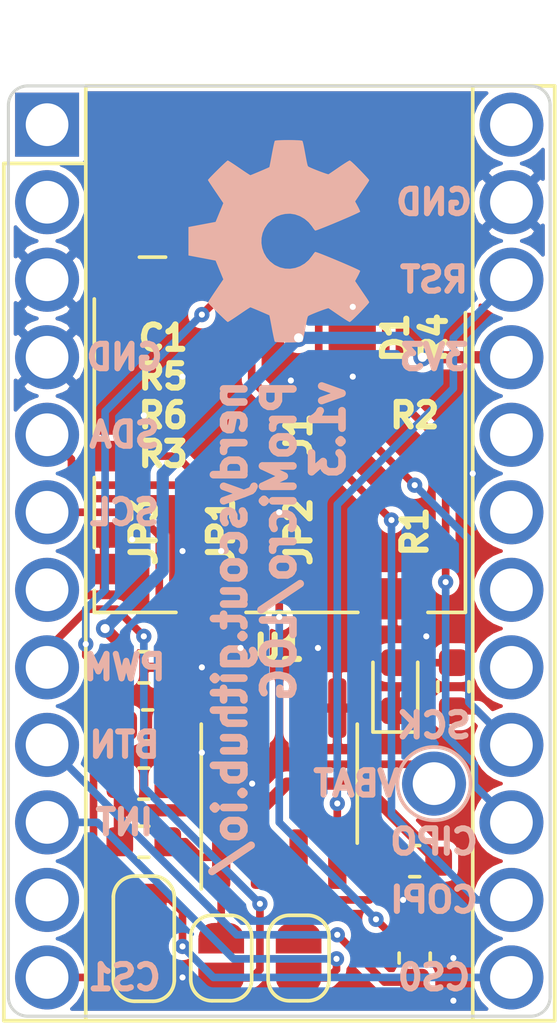
<source format=kicad_pcb>
(kicad_pcb (version 20171130) (host pcbnew 5.1.5)

  (general
    (thickness 0.8)
    (drawings 24)
    (tracks 181)
    (zones 0)
    (modules 16)
    (nets 20)
  )

  (page A4)
  (title_block
    (title ProMicro_LOG)
    (date 2020-11-21)
    (rev v1.3)
  )

  (layers
    (0 F.Cu mixed)
    (31 B.Cu mixed)
    (32 B.Adhes user)
    (33 F.Adhes user)
    (34 B.Paste user)
    (35 F.Paste user)
    (36 B.SilkS user)
    (37 F.SilkS user)
    (38 B.Mask user)
    (39 F.Mask user)
    (40 Dwgs.User user)
    (41 Cmts.User user)
    (42 Eco1.User user)
    (43 Eco2.User user)
    (44 Edge.Cuts user)
    (45 Margin user)
    (46 B.CrtYd user)
    (47 F.CrtYd user)
    (48 B.Fab user hide)
    (49 F.Fab user hide)
  )

  (setup
    (last_trace_width 0.25)
    (user_trace_width 0.1)
    (user_trace_width 0.2)
    (user_trace_width 0.25)
    (user_trace_width 0.4)
    (trace_clearance 0.2)
    (zone_clearance 0.125)
    (zone_45_only no)
    (trace_min 0.1)
    (via_size 0.5)
    (via_drill 0.2)
    (via_min_size 0.45)
    (via_min_drill 0.2)
    (user_via 0.45 0.2)
    (user_via 0.5 0.2)
    (user_via 0.6 0.3)
    (uvia_size 0.3)
    (uvia_drill 0.1)
    (uvias_allowed no)
    (uvia_min_size 0.2)
    (uvia_min_drill 0.1)
    (edge_width 0.05)
    (segment_width 0.2)
    (pcb_text_width 0.3)
    (pcb_text_size 1.5 1.5)
    (mod_edge_width 0.12)
    (mod_text_size 1 1)
    (mod_text_width 0.15)
    (pad_size 1.6 1.6)
    (pad_drill 0.8)
    (pad_to_mask_clearance 0)
    (aux_axis_origin 137.16 76.2)
    (grid_origin 137.16 76.2)
    (visible_elements FFFFFF7F)
    (pcbplotparams
      (layerselection 0x010fc_ffffffff)
      (usegerberextensions false)
      (usegerberattributes false)
      (usegerberadvancedattributes false)
      (creategerberjobfile false)
      (excludeedgelayer true)
      (linewidth 0.100000)
      (plotframeref false)
      (viasonmask false)
      (mode 1)
      (useauxorigin false)
      (hpglpennumber 1)
      (hpglpenspeed 20)
      (hpglpendiameter 15.000000)
      (psnegative false)
      (psa4output false)
      (plotreference true)
      (plotvalue true)
      (plotinvisibletext false)
      (padsonsilk false)
      (subtractmaskfromsilk false)
      (outputformat 1)
      (mirror false)
      (drillshape 1)
      (scaleselection 1)
      (outputdirectory ""))
  )

  (net 0 "")
  (net 1 GND)
  (net 2 +3V3)
  (net 3 "Net-(TP1-Pad1)")
  (net 4 "Net-(JP1-Pad1)")
  (net 5 "Net-(JP2-Pad1)")
  (net 6 "Net-(J1-Pad9)")
  (net 7 "Net-(D1-Pad2)")
  (net 8 CS0)
  (net 9 COPI)
  (net 10 SDA)
  (net 11 CIPO)
  (net 12 SCL)
  (net 13 SCK)
  (net 14 PWM)
  (net 15 BTN)
  (net 16 INT)
  (net 17 CS1)
  (net 18 ~RST)
  (net 19 CS)

  (net_class Default "This is the default net class."
    (clearance 0.2)
    (trace_width 0.25)
    (via_dia 0.5)
    (via_drill 0.2)
    (uvia_dia 0.3)
    (uvia_drill 0.1)
    (add_net BTN)
    (add_net CIPO)
    (add_net COPI)
    (add_net CS)
    (add_net CS0)
    (add_net CS1)
    (add_net INT)
    (add_net "Net-(D1-Pad2)")
    (add_net "Net-(J1-Pad9)")
    (add_net "Net-(JP1-Pad1)")
    (add_net "Net-(JP2-Pad1)")
    (add_net "Net-(TP1-Pad1)")
    (add_net PWM)
    (add_net SCK)
    (add_net SCL)
    (add_net SDA)
    (add_net ~RST)
  )

  (net_class Power ""
    (clearance 0.2)
    (trace_width 0.4)
    (via_dia 0.6)
    (via_drill 0.3)
    (uvia_dia 0.3)
    (uvia_drill 0.1)
    (add_net +3V3)
    (add_net GND)
  )

  (net_class small ""
    (clearance 0.2)
    (trace_width 0.2)
    (via_dia 0.5)
    (via_drill 0.2)
    (uvia_dia 0.3)
    (uvia_drill 0.1)
  )

  (net_class tiny ""
    (clearance 0.1)
    (trace_width 0.1)
    (via_dia 0.45)
    (via_drill 0.2)
    (uvia_dia 0.3)
    (uvia_drill 0.1)
  )

  (module Symbol:OSHW-Symbol_6.7x6mm_SilkScreen (layer B.Cu) (tedit 0) (tstamp 5F84B154)
    (at 144.78 80.01 270)
    (descr "Open Source Hardware Symbol")
    (tags "Logo Symbol OSHW")
    (path /5E25FD05)
    (attr virtual)
    (fp_text reference LOGO1 (at 0 0 90) (layer B.SilkS) hide
      (effects (font (size 1 1) (thickness 0.15)) (justify mirror))
    )
    (fp_text value Logo_Open_Hardware_Small (at 0.75 0 90) (layer B.Fab) hide
      (effects (font (size 1 1) (thickness 0.15)) (justify mirror))
    )
    (fp_poly (pts (xy 0.555814 2.531069) (xy 0.639635 2.086445) (xy 0.94892 1.958947) (xy 1.258206 1.831449)
      (xy 1.629246 2.083754) (xy 1.733157 2.154004) (xy 1.827087 2.216728) (xy 1.906652 2.269062)
      (xy 1.96747 2.308143) (xy 2.005157 2.331107) (xy 2.015421 2.336058) (xy 2.03391 2.323324)
      (xy 2.07342 2.288118) (xy 2.129522 2.234938) (xy 2.197787 2.168282) (xy 2.273786 2.092646)
      (xy 2.353092 2.012528) (xy 2.431275 1.932426) (xy 2.503907 1.856836) (xy 2.566559 1.790255)
      (xy 2.614803 1.737182) (xy 2.64421 1.702113) (xy 2.651241 1.690377) (xy 2.641123 1.66874)
      (xy 2.612759 1.621338) (xy 2.569129 1.552807) (xy 2.513218 1.467785) (xy 2.448006 1.370907)
      (xy 2.410219 1.31565) (xy 2.341343 1.214752) (xy 2.28014 1.123701) (xy 2.229578 1.04703)
      (xy 2.192628 0.989272) (xy 2.172258 0.954957) (xy 2.169197 0.947746) (xy 2.176136 0.927252)
      (xy 2.195051 0.879487) (xy 2.223087 0.811168) (xy 2.257391 0.729011) (xy 2.295109 0.63973)
      (xy 2.333387 0.550042) (xy 2.36937 0.466662) (xy 2.400206 0.396306) (xy 2.423039 0.34569)
      (xy 2.435017 0.321529) (xy 2.435724 0.320578) (xy 2.454531 0.315964) (xy 2.504618 0.305672)
      (xy 2.580793 0.290713) (xy 2.677865 0.272099) (xy 2.790643 0.250841) (xy 2.856442 0.238582)
      (xy 2.97695 0.215638) (xy 3.085797 0.193805) (xy 3.177476 0.174278) (xy 3.246481 0.158252)
      (xy 3.287304 0.146921) (xy 3.295511 0.143326) (xy 3.303548 0.118994) (xy 3.310033 0.064041)
      (xy 3.31497 -0.015108) (xy 3.318364 -0.112026) (xy 3.320218 -0.220287) (xy 3.320538 -0.333465)
      (xy 3.319327 -0.445135) (xy 3.31659 -0.548868) (xy 3.312331 -0.638241) (xy 3.306555 -0.706826)
      (xy 3.299267 -0.748197) (xy 3.294895 -0.75681) (xy 3.268764 -0.767133) (xy 3.213393 -0.781892)
      (xy 3.136107 -0.799352) (xy 3.04423 -0.81778) (xy 3.012158 -0.823741) (xy 2.857524 -0.852066)
      (xy 2.735375 -0.874876) (xy 2.641673 -0.89308) (xy 2.572384 -0.907583) (xy 2.523471 -0.919292)
      (xy 2.490897 -0.929115) (xy 2.470628 -0.937956) (xy 2.458626 -0.946724) (xy 2.456947 -0.948457)
      (xy 2.440184 -0.976371) (xy 2.414614 -1.030695) (xy 2.382788 -1.104777) (xy 2.34726 -1.191965)
      (xy 2.310583 -1.285608) (xy 2.275311 -1.379052) (xy 2.243996 -1.465647) (xy 2.219193 -1.53874)
      (xy 2.203454 -1.591678) (xy 2.199332 -1.617811) (xy 2.199676 -1.618726) (xy 2.213641 -1.640086)
      (xy 2.245322 -1.687084) (xy 2.291391 -1.754827) (xy 2.348518 -1.838423) (xy 2.413373 -1.932982)
      (xy 2.431843 -1.959854) (xy 2.497699 -2.057275) (xy 2.55565 -2.146163) (xy 2.602538 -2.221412)
      (xy 2.635207 -2.27792) (xy 2.6505 -2.310581) (xy 2.651241 -2.314593) (xy 2.638392 -2.335684)
      (xy 2.602888 -2.377464) (xy 2.549293 -2.435445) (xy 2.482171 -2.505135) (xy 2.406087 -2.582045)
      (xy 2.325604 -2.661683) (xy 2.245287 -2.739561) (xy 2.169699 -2.811186) (xy 2.103405 -2.87207)
      (xy 2.050969 -2.917721) (xy 2.016955 -2.94365) (xy 2.007545 -2.947883) (xy 1.985643 -2.937912)
      (xy 1.9408 -2.91102) (xy 1.880321 -2.871736) (xy 1.833789 -2.840117) (xy 1.749475 -2.782098)
      (xy 1.649626 -2.713784) (xy 1.549473 -2.645579) (xy 1.495627 -2.609075) (xy 1.313371 -2.4858)
      (xy 1.160381 -2.56852) (xy 1.090682 -2.604759) (xy 1.031414 -2.632926) (xy 0.991311 -2.648991)
      (xy 0.981103 -2.651226) (xy 0.968829 -2.634722) (xy 0.944613 -2.588082) (xy 0.910263 -2.515609)
      (xy 0.867588 -2.421606) (xy 0.818394 -2.310374) (xy 0.76449 -2.186215) (xy 0.707684 -2.053432)
      (xy 0.649782 -1.916327) (xy 0.592593 -1.779202) (xy 0.537924 -1.646358) (xy 0.487584 -1.522098)
      (xy 0.44338 -1.410725) (xy 0.407119 -1.316539) (xy 0.380609 -1.243844) (xy 0.365658 -1.196941)
      (xy 0.363254 -1.180833) (xy 0.382311 -1.160286) (xy 0.424036 -1.126933) (xy 0.479706 -1.087702)
      (xy 0.484378 -1.084599) (xy 0.628264 -0.969423) (xy 0.744283 -0.835053) (xy 0.83143 -0.685784)
      (xy 0.888699 -0.525913) (xy 0.915086 -0.359737) (xy 0.909585 -0.191552) (xy 0.87119 -0.025655)
      (xy 0.798895 0.133658) (xy 0.777626 0.168513) (xy 0.666996 0.309263) (xy 0.536302 0.422286)
      (xy 0.390064 0.506997) (xy 0.232808 0.562806) (xy 0.069057 0.589126) (xy -0.096667 0.58537)
      (xy -0.259838 0.55095) (xy -0.415935 0.485277) (xy -0.560433 0.387765) (xy -0.605131 0.348187)
      (xy -0.718888 0.224297) (xy -0.801782 0.093876) (xy -0.858644 -0.052315) (xy -0.890313 -0.197088)
      (xy -0.898131 -0.35986) (xy -0.872062 -0.52344) (xy -0.814755 -0.682298) (xy -0.728856 -0.830906)
      (xy -0.617014 -0.963735) (xy -0.481877 -1.075256) (xy -0.464117 -1.087011) (xy -0.40785 -1.125508)
      (xy -0.365077 -1.158863) (xy -0.344628 -1.18016) (xy -0.344331 -1.180833) (xy -0.348721 -1.203871)
      (xy -0.366124 -1.256157) (xy -0.394732 -1.33339) (xy -0.432735 -1.431268) (xy -0.478326 -1.545491)
      (xy -0.529697 -1.671758) (xy -0.585038 -1.805767) (xy -0.642542 -1.943218) (xy -0.700399 -2.079808)
      (xy -0.756802 -2.211237) (xy -0.809942 -2.333205) (xy -0.85801 -2.441409) (xy -0.899199 -2.531549)
      (xy -0.931699 -2.599323) (xy -0.953703 -2.64043) (xy -0.962564 -2.651226) (xy -0.98964 -2.642819)
      (xy -1.040303 -2.620272) (xy -1.105817 -2.587613) (xy -1.141841 -2.56852) (xy -1.294832 -2.4858)
      (xy -1.477088 -2.609075) (xy -1.570125 -2.672228) (xy -1.671985 -2.741727) (xy -1.767438 -2.807165)
      (xy -1.81525 -2.840117) (xy -1.882495 -2.885273) (xy -1.939436 -2.921057) (xy -1.978646 -2.942938)
      (xy -1.991381 -2.947563) (xy -2.009917 -2.935085) (xy -2.050941 -2.900252) (xy -2.110475 -2.846678)
      (xy -2.184542 -2.777983) (xy -2.269165 -2.697781) (xy -2.322685 -2.646286) (xy -2.416319 -2.554286)
      (xy -2.497241 -2.471999) (xy -2.562177 -2.402945) (xy -2.607858 -2.350644) (xy -2.631011 -2.318616)
      (xy -2.633232 -2.312116) (xy -2.622924 -2.287394) (xy -2.594439 -2.237405) (xy -2.550937 -2.167212)
      (xy -2.495577 -2.081875) (xy -2.43152 -1.986456) (xy -2.413303 -1.959854) (xy -2.346927 -1.863167)
      (xy -2.287378 -1.776117) (xy -2.237984 -1.703595) (xy -2.202075 -1.650493) (xy -2.182981 -1.621703)
      (xy -2.181136 -1.618726) (xy -2.183895 -1.595782) (xy -2.198538 -1.545336) (xy -2.222513 -1.474041)
      (xy -2.253266 -1.388547) (xy -2.288244 -1.295507) (xy -2.324893 -1.201574) (xy -2.360661 -1.113399)
      (xy -2.392994 -1.037634) (xy -2.419338 -0.980931) (xy -2.437142 -0.949943) (xy -2.438407 -0.948457)
      (xy -2.449294 -0.939601) (xy -2.467682 -0.930843) (xy -2.497606 -0.921277) (xy -2.543103 -0.909996)
      (xy -2.608209 -0.896093) (xy -2.696961 -0.878663) (xy -2.813393 -0.856798) (xy -2.961542 -0.829591)
      (xy -2.993618 -0.823741) (xy -3.088686 -0.805374) (xy -3.171565 -0.787405) (xy -3.23493 -0.771569)
      (xy -3.271458 -0.7596) (xy -3.276356 -0.75681) (xy -3.284427 -0.732072) (xy -3.290987 -0.67679)
      (xy -3.296033 -0.597389) (xy -3.299559 -0.500296) (xy -3.301561 -0.391938) (xy -3.302036 -0.27874)
      (xy -3.300977 -0.167128) (xy -3.298382 -0.063529) (xy -3.294246 0.025632) (xy -3.288563 0.093928)
      (xy -3.281331 0.134934) (xy -3.276971 0.143326) (xy -3.252698 0.151792) (xy -3.197426 0.165565)
      (xy -3.116662 0.18345) (xy -3.015912 0.204252) (xy -2.900683 0.226777) (xy -2.837902 0.238582)
      (xy -2.718787 0.260849) (xy -2.612565 0.281021) (xy -2.524427 0.298085) (xy -2.459566 0.311031)
      (xy -2.423174 0.318845) (xy -2.417184 0.320578) (xy -2.407061 0.34011) (xy -2.385662 0.387157)
      (xy -2.355839 0.454997) (xy -2.320445 0.536909) (xy -2.282332 0.626172) (xy -2.244353 0.716065)
      (xy -2.20936 0.799865) (xy -2.180206 0.870853) (xy -2.159743 0.922306) (xy -2.150823 0.947503)
      (xy -2.150657 0.948604) (xy -2.160769 0.968481) (xy -2.189117 1.014223) (xy -2.232723 1.081283)
      (xy -2.288606 1.165116) (xy -2.353787 1.261174) (xy -2.391679 1.31635) (xy -2.460725 1.417519)
      (xy -2.52205 1.50937) (xy -2.572663 1.587256) (xy -2.609571 1.646531) (xy -2.629782 1.682549)
      (xy -2.632701 1.690623) (xy -2.620153 1.709416) (xy -2.585463 1.749543) (xy -2.533063 1.806507)
      (xy -2.467384 1.875815) (xy -2.392856 1.952969) (xy -2.313913 2.033475) (xy -2.234983 2.112837)
      (xy -2.1605 2.18656) (xy -2.094894 2.250148) (xy -2.042596 2.299106) (xy -2.008039 2.328939)
      (xy -1.996478 2.336058) (xy -1.977654 2.326047) (xy -1.932631 2.297922) (xy -1.865787 2.254546)
      (xy -1.781499 2.198782) (xy -1.684144 2.133494) (xy -1.610707 2.083754) (xy -1.239667 1.831449)
      (xy -0.621095 2.086445) (xy -0.537275 2.531069) (xy -0.453454 2.975693) (xy 0.471994 2.975693)
      (xy 0.555814 2.531069)) (layer B.SilkS) (width 0.01))
  )

  (module Capacitor_SMD:C_0603_1608Metric (layer F.Cu) (tedit 5B301BBE) (tstamp 5F84B05F)
    (at 140.335 93.98)
    (descr "Capacitor SMD 0603 (1608 Metric), square (rectangular) end terminal, IPC_7351 nominal, (Body size source: http://www.tortai-tech.com/upload/download/2011102023233369053.pdf), generated with kicad-footprint-generator")
    (tags capacitor)
    (path /5F8506DB)
    (attr smd)
    (fp_text reference C1 (at 0.635 -10.795 180) (layer F.SilkS)
      (effects (font (size 0.8 0.8) (thickness 0.2)))
    )
    (fp_text value 100n (at 0 1.43) (layer F.Fab) hide
      (effects (font (size 1 1) (thickness 0.15)))
    )
    (fp_text user %R (at 0 0) (layer F.Fab)
      (effects (font (size 0.4 0.4) (thickness 0.06)))
    )
    (fp_line (start 1.48 0.73) (end -1.48 0.73) (layer F.CrtYd) (width 0.05))
    (fp_line (start 1.48 -0.73) (end 1.48 0.73) (layer F.CrtYd) (width 0.05))
    (fp_line (start -1.48 -0.73) (end 1.48 -0.73) (layer F.CrtYd) (width 0.05))
    (fp_line (start -1.48 0.73) (end -1.48 -0.73) (layer F.CrtYd) (width 0.05))
    (fp_line (start -0.162779 0.51) (end 0.162779 0.51) (layer F.SilkS) (width 0.12))
    (fp_line (start -0.162779 -0.51) (end 0.162779 -0.51) (layer F.SilkS) (width 0.12))
    (fp_line (start 0.8 0.4) (end -0.8 0.4) (layer F.Fab) (width 0.1))
    (fp_line (start 0.8 -0.4) (end 0.8 0.4) (layer F.Fab) (width 0.1))
    (fp_line (start -0.8 -0.4) (end 0.8 -0.4) (layer F.Fab) (width 0.1))
    (fp_line (start -0.8 0.4) (end -0.8 -0.4) (layer F.Fab) (width 0.1))
    (pad 2 smd roundrect (at 0.7875 0) (size 0.875 0.95) (layers F.Cu F.Paste F.Mask) (roundrect_rratio 0.25)
      (net 1 GND))
    (pad 1 smd roundrect (at -0.7875 0) (size 0.875 0.95) (layers F.Cu F.Paste F.Mask) (roundrect_rratio 0.25)
      (net 2 +3V3))
    (model ${KISYS3DMOD}/Capacitor_SMD.3dshapes/C_0603_1608Metric.wrl
      (at (xyz 0 0 0))
      (scale (xyz 1 1 1))
      (rotate (xyz 0 0 0))
    )
  )

  (module Module:Sparkfun_Pro_Micro (layer F.Cu) (tedit 5F7609C8) (tstamp 5F84B04E)
    (at 137.16 76.2)
    (descr "Sparkfun Pro Micro, https://cdn.sparkfun.com/datasheets/Dev/Arduino/Boards/Pro_Micro_v13b.pdf")
    (tags "Sparkfun Pro Micro")
    (path /5F84D072)
    (fp_text reference A1 (at 2.54 0 90) (layer F.SilkS) hide
      (effects (font (size 0.8 0.8) (thickness 0.2)))
    )
    (fp_text value Sparkfun_Pro_Micro (at 8.89 13.97 90) (layer F.Fab)
      (effects (font (size 1 1) (thickness 0.15)))
    )
    (fp_line (start 16.76 29.46) (end -1.52 29.46) (layer F.CrtYd) (width 0.05))
    (fp_line (start 16.76 29.46) (end 16.76 -4.06) (layer F.CrtYd) (width 0.05))
    (fp_line (start -1.52 -4.06) (end -1.52 29.46) (layer F.CrtYd) (width 0.05))
    (fp_line (start -1.52 -4.06) (end 16.76 -4.06) (layer F.CrtYd) (width 0.05))
    (fp_line (start 16.51 -3.81) (end 16.51 29.21) (layer F.Fab) (width 0.1))
    (fp_line (start -0.381 -3.81) (end 16.51 -3.81) (layer F.Fab) (width 0.1))
    (fp_line (start -0.381 -3.81) (end -1.27 -2.921) (layer F.Fab) (width 0.1))
    (fp_line (start -1.27 29.21) (end -1.27 -2.921) (layer F.Fab) (width 0.1))
    (fp_line (start 16.51 29.21) (end -1.27 29.21) (layer F.Fab) (width 0.1))
    (fp_line (start 16.66 -1.27) (end 1.27 -1.27) (layer F.SilkS) (width 0.12))
    (fp_line (start 16.66 29.36) (end 16.66 -1.27) (layer F.SilkS) (width 0.12))
    (fp_line (start -1.42 29.36) (end 16.66 29.36) (layer F.SilkS) (width 0.12))
    (fp_line (start 1.27 -1.27) (end 1.27 29.36) (layer F.SilkS) (width 0.12))
    (fp_line (start 1.27 1.27) (end -1.42 1.27) (layer F.SilkS) (width 0.12))
    (fp_line (start 13.97 -1.27) (end 13.97 29.36) (layer F.SilkS) (width 0.12))
    (fp_line (start -1.42 1.27) (end -1.42 29.36) (layer F.SilkS) (width 0.12))
    (fp_text user %R (at 6.096 13.97 90) (layer F.Fab)
      (effects (font (size 1 1) (thickness 0.15)))
    )
    (pad 1 thru_hole rect (at 0 0) (size 2.1 2.1) (drill 1.4) (layers *.Cu *.Mask))
    (pad 2 thru_hole circle (at 0 2.54) (size 2.1 2.1) (drill 1.4) (layers *.Cu *.Mask))
    (pad 3 thru_hole circle (at 0 5.08) (size 2.1 2.1) (drill 1.4) (layers *.Cu *.Mask)
      (net 1 GND))
    (pad 13 thru_hole circle (at 15.24 27.94) (size 2.1 2.1) (drill 1.4) (layers *.Cu *.Mask)
      (net 8 CS0))
    (pad 4 thru_hole circle (at 0 7.62) (size 2.1 2.1) (drill 1.4) (layers *.Cu *.Mask)
      (net 1 GND))
    (pad 14 thru_hole circle (at 15.24 25.4) (size 2.1 2.1) (drill 1.4) (layers *.Cu *.Mask)
      (net 9 COPI))
    (pad 5 thru_hole circle (at 0 10.16) (size 2.1 2.1) (drill 1.4) (layers *.Cu *.Mask)
      (net 10 SDA))
    (pad 15 thru_hole circle (at 15.24 22.86) (size 2.1 2.1) (drill 1.4) (layers *.Cu *.Mask)
      (net 11 CIPO))
    (pad 6 thru_hole circle (at 0 12.7) (size 2.1 2.1) (drill 1.4) (layers *.Cu *.Mask)
      (net 12 SCL))
    (pad 16 thru_hole circle (at 15.24 20.32) (size 2.1 2.1) (drill 1.4) (layers *.Cu *.Mask)
      (net 13 SCK))
    (pad 7 thru_hole circle (at 0 15.24) (size 2.1 2.1) (drill 1.4) (layers *.Cu *.Mask))
    (pad 17 thru_hole circle (at 15.24 17.78) (size 2.1 2.1) (drill 1.4) (layers *.Cu *.Mask))
    (pad 8 thru_hole circle (at 0 17.78) (size 2.1 2.1) (drill 1.4) (layers *.Cu *.Mask)
      (net 14 PWM))
    (pad 18 thru_hole circle (at 15.24 15.24) (size 2.1 2.1) (drill 1.4) (layers *.Cu *.Mask))
    (pad 9 thru_hole circle (at 0 20.32) (size 2.1 2.1) (drill 1.4) (layers *.Cu *.Mask)
      (net 15 BTN))
    (pad 19 thru_hole circle (at 15.24 12.7) (size 2.1 2.1) (drill 1.4) (layers *.Cu *.Mask))
    (pad 10 thru_hole circle (at 0 22.86) (size 2.1 2.1) (drill 1.4) (layers *.Cu *.Mask)
      (net 16 INT))
    (pad 20 thru_hole circle (at 15.24 10.16) (size 2.1 2.1) (drill 1.4) (layers *.Cu *.Mask))
    (pad 11 thru_hole circle (at 0 25.4) (size 2.1 2.1) (drill 1.4) (layers *.Cu *.Mask))
    (pad 21 thru_hole circle (at 15.24 7.62) (size 2.1 2.1) (drill 1.4) (layers *.Cu *.Mask)
      (net 2 +3V3))
    (pad 12 thru_hole circle (at 0 27.94) (size 2.1 2.1) (drill 1.4) (layers *.Cu *.Mask)
      (net 17 CS1))
    (pad 22 thru_hole circle (at 15.24 5.08) (size 2.1 2.1) (drill 1.4) (layers *.Cu *.Mask)
      (net 18 ~RST))
    (pad 23 thru_hole circle (at 15.24 2.54) (size 2.1 2.1) (drill 1.4) (layers *.Cu *.Mask)
      (net 1 GND))
    (pad 24 thru_hole circle (at 15.24 0) (size 2.1 2.1) (drill 1.4) (layers *.Cu *.Mask))
    (model ${KISYS3DMOD}/Module.3dshapes/Sparkfun_Pro_Micro.wrl
      (at (xyz 0 0 0))
      (scale (xyz 1 1 1))
      (rotate (xyz 0 0 0))
    )
  )

  (module Resistor_SMD:R_0603_1608Metric (layer F.Cu) (tedit 5B301BBD) (tstamp 5EB67542)
    (at 149.225 103.505 270)
    (descr "Resistor SMD 0603 (1608 Metric), square (rectangular) end terminal, IPC_7351 nominal, (Body size source: http://www.tortai-tech.com/upload/download/2011102023233369053.pdf), generated with kicad-footprint-generator")
    (tags resistor)
    (path /5EB68CCE)
    (attr smd)
    (fp_text reference R1 (at -13.97 0 270) (layer F.SilkS)
      (effects (font (size 0.8 0.8) (thickness 0.2)))
    )
    (fp_text value 4k7 (at 0 0 270) (layer F.Fab) hide
      (effects (font (size 1 1) (thickness 0.15)))
    )
    (fp_text user %R (at 0 0 270) (layer F.Fab)
      (effects (font (size 0.4 0.4) (thickness 0.06)))
    )
    (fp_line (start 1.48 0.73) (end -1.48 0.73) (layer F.CrtYd) (width 0.05))
    (fp_line (start 1.48 -0.73) (end 1.48 0.73) (layer F.CrtYd) (width 0.05))
    (fp_line (start -1.48 -0.73) (end 1.48 -0.73) (layer F.CrtYd) (width 0.05))
    (fp_line (start -1.48 0.73) (end -1.48 -0.73) (layer F.CrtYd) (width 0.05))
    (fp_line (start -0.162779 0.51) (end 0.162779 0.51) (layer F.SilkS) (width 0.12))
    (fp_line (start -0.162779 -0.51) (end 0.162779 -0.51) (layer F.SilkS) (width 0.12))
    (fp_line (start 0.8 0.4) (end -0.8 0.4) (layer F.Fab) (width 0.1))
    (fp_line (start 0.8 -0.4) (end 0.8 0.4) (layer F.Fab) (width 0.1))
    (fp_line (start -0.8 -0.4) (end 0.8 -0.4) (layer F.Fab) (width 0.1))
    (fp_line (start -0.8 0.4) (end -0.8 -0.4) (layer F.Fab) (width 0.1))
    (pad 2 smd roundrect (at 0.7875 0 270) (size 0.875 0.95) (layers F.Cu F.Paste F.Mask) (roundrect_rratio 0.25)
      (net 15 BTN))
    (pad 1 smd roundrect (at -0.7875 0 270) (size 0.875 0.95) (layers F.Cu F.Paste F.Mask) (roundrect_rratio 0.25)
      (net 6 "Net-(J1-Pad9)"))
    (model ${KISYS3DMOD}/Resistor_SMD.3dshapes/R_0603_1608Metric.wrl
      (at (xyz 0 0 0))
      (scale (xyz 1 1 1))
      (rotate (xyz 0 0 0))
    )
  )

  (module Jumper:SolderJumper-3_P1.3mm_Bridged12_RoundedPad1.0x1.5mm_NumberLabels (layer F.Cu) (tedit 5C745336) (tstamp 5EB61CBB)
    (at 140.335 102.87 90)
    (descr "SMD Solder 3-pad Jumper, 1x1.5mm rounded Pads, 0.3mm gap, pads 1-2 bridged with 1 copper strip, labeled with numbers")
    (tags "solder jumper open")
    (path /5EB5C3ED)
    (attr virtual)
    (fp_text reference JP3 (at 13.335 0 270) (layer F.SilkS)
      (effects (font (size 0.8 0.8) (thickness 0.2)))
    )
    (fp_text value SolderJumper_3_Bridged12 (at 0 0 270) (layer F.Fab) hide
      (effects (font (size 1 1) (thickness 0.15)))
    )
    (fp_poly (pts (xy -0.9 -0.3) (xy -0.4 -0.3) (xy -0.4 0.3) (xy -0.9 0.3)) (layer F.Cu) (width 0))
    (fp_arc (start -1.35 -0.3) (end -1.35 -1) (angle -90) (layer F.SilkS) (width 0.12))
    (fp_arc (start -1.35 0.3) (end -2.05 0.3) (angle -90) (layer F.SilkS) (width 0.12))
    (fp_arc (start 1.35 0.3) (end 1.35 1) (angle -90) (layer F.SilkS) (width 0.12))
    (fp_arc (start 1.35 -0.3) (end 2.05 -0.3) (angle -90) (layer F.SilkS) (width 0.12))
    (fp_line (start 2.3 1.25) (end -2.3 1.25) (layer F.CrtYd) (width 0.05))
    (fp_line (start 2.3 1.25) (end 2.3 -1.25) (layer F.CrtYd) (width 0.05))
    (fp_line (start -2.3 -1.25) (end -2.3 1.25) (layer F.CrtYd) (width 0.05))
    (fp_line (start -2.3 -1.25) (end 2.3 -1.25) (layer F.CrtYd) (width 0.05))
    (fp_line (start -1.4 -1) (end 1.4 -1) (layer F.SilkS) (width 0.12))
    (fp_line (start 2.05 -0.3) (end 2.05 0.3) (layer F.SilkS) (width 0.12))
    (fp_line (start 1.4 1) (end -1.4 1) (layer F.SilkS) (width 0.12))
    (fp_line (start -2.05 0.3) (end -2.05 -0.3) (layer F.SilkS) (width 0.12))
    (fp_text user 1 (at -2.6 0 270) (layer F.SilkS) hide
      (effects (font (size 1 1) (thickness 0.15)))
    )
    (fp_text user 3 (at 2.6 0 270) (layer F.SilkS) hide
      (effects (font (size 1 1) (thickness 0.15)))
    )
    (pad 1 smd custom (at -1.3 0 90) (size 1 0.5) (layers F.Cu F.Mask)
      (net 17 CS1) (zone_connect 2)
      (options (clearance outline) (anchor rect))
      (primitives
        (gr_poly (pts
           (xy 0.55 -0.75) (xy 0 -0.75) (xy 0 0.75) (xy 0.55 0.75)) (width 0))
        (gr_circle (center 0 0.25) (end 0.5 0.25) (width 0))
        (gr_circle (center 0 -0.25) (end 0.5 -0.25) (width 0))
      ))
    (pad 2 smd rect (at 0 0 90) (size 1 1.5) (layers F.Cu F.Mask)
      (net 19 CS))
    (pad 3 smd custom (at 1.3 0 90) (size 1 0.5) (layers F.Cu F.Mask)
      (net 8 CS0) (zone_connect 2)
      (options (clearance outline) (anchor rect))
      (primitives
        (gr_circle (center 0 0.25) (end 0.5 0.25) (width 0))
        (gr_circle (center 0 -0.25) (end 0.5 -0.25) (width 0))
        (gr_poly (pts
           (xy -0.55 -0.75) (xy 0 -0.75) (xy 0 0.75) (xy -0.55 0.75)) (width 0))
      ))
  )

  (module LED_SMD:LED_0603_1608Metric (layer F.Cu) (tedit 5B301BBE) (tstamp 5EB5D1A2)
    (at 148.59 94.615 90)
    (descr "LED SMD 0603 (1608 Metric), square (rectangular) end terminal, IPC_7351 nominal, (Body size source: http://www.tortai-tech.com/upload/download/2011102023233369053.pdf), generated with kicad-footprint-generator")
    (tags diode)
    (path /5EB8F9A4)
    (attr smd)
    (fp_text reference D1 (at 11.43 0 270) (layer F.SilkS)
      (effects (font (size 0.8 0.8) (thickness 0.2)))
    )
    (fp_text value LED (at 0 0 270) (layer F.Fab) hide
      (effects (font (size 1 1) (thickness 0.15)))
    )
    (fp_text user %R (at 0 0 270) (layer F.Fab)
      (effects (font (size 0.4 0.4) (thickness 0.06)))
    )
    (fp_line (start 1.48 0.73) (end -1.48 0.73) (layer F.CrtYd) (width 0.05))
    (fp_line (start 1.48 -0.73) (end 1.48 0.73) (layer F.CrtYd) (width 0.05))
    (fp_line (start -1.48 -0.73) (end 1.48 -0.73) (layer F.CrtYd) (width 0.05))
    (fp_line (start -1.48 0.73) (end -1.48 -0.73) (layer F.CrtYd) (width 0.05))
    (fp_line (start -1.485 0.735) (end 0.8 0.735) (layer F.SilkS) (width 0.12))
    (fp_line (start -1.485 -0.735) (end -1.485 0.735) (layer F.SilkS) (width 0.12))
    (fp_line (start 0.8 -0.735) (end -1.485 -0.735) (layer F.SilkS) (width 0.12))
    (fp_line (start 0.8 0.4) (end 0.8 -0.4) (layer F.Fab) (width 0.1))
    (fp_line (start -0.8 0.4) (end 0.8 0.4) (layer F.Fab) (width 0.1))
    (fp_line (start -0.8 -0.1) (end -0.8 0.4) (layer F.Fab) (width 0.1))
    (fp_line (start -0.5 -0.4) (end -0.8 -0.1) (layer F.Fab) (width 0.1))
    (fp_line (start 0.8 -0.4) (end -0.5 -0.4) (layer F.Fab) (width 0.1))
    (pad 2 smd roundrect (at 0.7875 0 90) (size 0.875 0.95) (layers F.Cu F.Paste F.Mask) (roundrect_rratio 0.25)
      (net 7 "Net-(D1-Pad2)"))
    (pad 1 smd roundrect (at -0.7875 0 90) (size 0.875 0.95) (layers F.Cu F.Paste F.Mask) (roundrect_rratio 0.25)
      (net 1 GND))
    (model ${KISYS3DMOD}/LED_SMD.3dshapes/LED_0603_1608Metric.wrl
      (at (xyz 0 0 0))
      (scale (xyz 1 1 1))
      (rotate (xyz 0 0 0))
    )
  )

  (module Resistor_SMD:R_0603_1608Metric (layer F.Cu) (tedit 5B301BBD) (tstamp 5EB5C755)
    (at 150.495 94.615 90)
    (descr "Resistor SMD 0603 (1608 Metric), square (rectangular) end terminal, IPC_7351 nominal, (Body size source: http://www.tortai-tech.com/upload/download/2011102023233369053.pdf), generated with kicad-footprint-generator")
    (tags resistor)
    (path /5EB8D6DE)
    (attr smd)
    (fp_text reference R4 (at 11.43 -0.635 270) (layer F.SilkS)
      (effects (font (size 0.8 0.8) (thickness 0.2)))
    )
    (fp_text value 1k (at 0 0 270) (layer F.Fab) hide
      (effects (font (size 1 1) (thickness 0.15)))
    )
    (fp_text user %R (at 0 0 270) (layer F.Fab)
      (effects (font (size 0.4 0.4) (thickness 0.06)))
    )
    (fp_line (start 1.48 0.73) (end -1.48 0.73) (layer F.CrtYd) (width 0.05))
    (fp_line (start 1.48 -0.73) (end 1.48 0.73) (layer F.CrtYd) (width 0.05))
    (fp_line (start -1.48 -0.73) (end 1.48 -0.73) (layer F.CrtYd) (width 0.05))
    (fp_line (start -1.48 0.73) (end -1.48 -0.73) (layer F.CrtYd) (width 0.05))
    (fp_line (start -0.162779 0.51) (end 0.162779 0.51) (layer F.SilkS) (width 0.12))
    (fp_line (start -0.162779 -0.51) (end 0.162779 -0.51) (layer F.SilkS) (width 0.12))
    (fp_line (start 0.8 0.4) (end -0.8 0.4) (layer F.Fab) (width 0.1))
    (fp_line (start 0.8 -0.4) (end 0.8 0.4) (layer F.Fab) (width 0.1))
    (fp_line (start -0.8 -0.4) (end 0.8 -0.4) (layer F.Fab) (width 0.1))
    (fp_line (start -0.8 0.4) (end -0.8 -0.4) (layer F.Fab) (width 0.1))
    (pad 2 smd roundrect (at 0.7875 0 90) (size 0.875 0.95) (layers F.Cu F.Paste F.Mask) (roundrect_rratio 0.25)
      (net 7 "Net-(D1-Pad2)"))
    (pad 1 smd roundrect (at -0.7875 0 90) (size 0.875 0.95) (layers F.Cu F.Paste F.Mask) (roundrect_rratio 0.25)
      (net 13 SCK))
    (model ${KISYS3DMOD}/Resistor_SMD.3dshapes/R_0603_1608Metric.wrl
      (at (xyz 0 0 0))
      (scale (xyz 1 1 1))
      (rotate (xyz 0 0 0))
    )
  )

  (module Resistor_SMD:R_0603_1608Metric (layer F.Cu) (tedit 5B301BBD) (tstamp 5EB61EF0)
    (at 140.335 97.79)
    (descr "Resistor SMD 0603 (1608 Metric), square (rectangular) end terminal, IPC_7351 nominal, (Body size source: http://www.tortai-tech.com/upload/download/2011102023233369053.pdf), generated with kicad-footprint-generator")
    (tags resistor)
    (path /5EB7B562)
    (attr smd)
    (fp_text reference R6 (at 0.635 -12.065) (layer F.SilkS)
      (effects (font (size 0.8 0.8) (thickness 0.2)))
    )
    (fp_text value 4k7 (at 0 0) (layer F.Fab) hide
      (effects (font (size 1 1) (thickness 0.15)))
    )
    (fp_text user %R (at 0 0) (layer F.Fab)
      (effects (font (size 0.4 0.4) (thickness 0.06)))
    )
    (fp_line (start 1.48 0.73) (end -1.48 0.73) (layer F.CrtYd) (width 0.05))
    (fp_line (start 1.48 -0.73) (end 1.48 0.73) (layer F.CrtYd) (width 0.05))
    (fp_line (start -1.48 -0.73) (end 1.48 -0.73) (layer F.CrtYd) (width 0.05))
    (fp_line (start -1.48 0.73) (end -1.48 -0.73) (layer F.CrtYd) (width 0.05))
    (fp_line (start -0.162779 0.51) (end 0.162779 0.51) (layer F.SilkS) (width 0.12))
    (fp_line (start -0.162779 -0.51) (end 0.162779 -0.51) (layer F.SilkS) (width 0.12))
    (fp_line (start 0.8 0.4) (end -0.8 0.4) (layer F.Fab) (width 0.1))
    (fp_line (start 0.8 -0.4) (end 0.8 0.4) (layer F.Fab) (width 0.1))
    (fp_line (start -0.8 -0.4) (end 0.8 -0.4) (layer F.Fab) (width 0.1))
    (fp_line (start -0.8 0.4) (end -0.8 -0.4) (layer F.Fab) (width 0.1))
    (pad 2 smd roundrect (at 0.7875 0) (size 0.875 0.95) (layers F.Cu F.Paste F.Mask) (roundrect_rratio 0.25)
      (net 10 SDA))
    (pad 1 smd roundrect (at -0.7875 0) (size 0.875 0.95) (layers F.Cu F.Paste F.Mask) (roundrect_rratio 0.25)
      (net 2 +3V3))
    (model ${KISYS3DMOD}/Resistor_SMD.3dshapes/R_0603_1608Metric.wrl
      (at (xyz 0 0 0))
      (scale (xyz 1 1 1))
      (rotate (xyz 0 0 0))
    )
  )

  (module Resistor_SMD:R_0603_1608Metric (layer F.Cu) (tedit 5B301BBD) (tstamp 5FB952E5)
    (at 140.462 95.885)
    (descr "Resistor SMD 0603 (1608 Metric), square (rectangular) end terminal, IPC_7351 nominal, (Body size source: http://www.tortai-tech.com/upload/download/2011102023233369053.pdf), generated with kicad-footprint-generator")
    (tags resistor)
    (path /5EB7AE60)
    (attr smd)
    (fp_text reference R5 (at 0.508 -11.43) (layer F.SilkS)
      (effects (font (size 0.8 0.8) (thickness 0.2)))
    )
    (fp_text value 4k7 (at 0 0) (layer F.Fab) hide
      (effects (font (size 1 1) (thickness 0.15)))
    )
    (fp_text user %R (at 0 0) (layer F.Fab)
      (effects (font (size 0.4 0.4) (thickness 0.06)))
    )
    (fp_line (start 1.48 0.73) (end -1.48 0.73) (layer F.CrtYd) (width 0.05))
    (fp_line (start 1.48 -0.73) (end 1.48 0.73) (layer F.CrtYd) (width 0.05))
    (fp_line (start -1.48 -0.73) (end 1.48 -0.73) (layer F.CrtYd) (width 0.05))
    (fp_line (start -1.48 0.73) (end -1.48 -0.73) (layer F.CrtYd) (width 0.05))
    (fp_line (start -0.162779 0.51) (end 0.162779 0.51) (layer F.SilkS) (width 0.12))
    (fp_line (start -0.162779 -0.51) (end 0.162779 -0.51) (layer F.SilkS) (width 0.12))
    (fp_line (start 0.8 0.4) (end -0.8 0.4) (layer F.Fab) (width 0.1))
    (fp_line (start 0.8 -0.4) (end 0.8 0.4) (layer F.Fab) (width 0.1))
    (fp_line (start -0.8 -0.4) (end 0.8 -0.4) (layer F.Fab) (width 0.1))
    (fp_line (start -0.8 0.4) (end -0.8 -0.4) (layer F.Fab) (width 0.1))
    (pad 2 smd roundrect (at 0.7875 0) (size 0.875 0.95) (layers F.Cu F.Paste F.Mask) (roundrect_rratio 0.25)
      (net 12 SCL))
    (pad 1 smd roundrect (at -0.7875 0) (size 0.875 0.95) (layers F.Cu F.Paste F.Mask) (roundrect_rratio 0.25)
      (net 2 +3V3))
    (model ${KISYS3DMOD}/Resistor_SMD.3dshapes/R_0603_1608Metric.wrl
      (at (xyz 0 0 0))
      (scale (xyz 1 1 1))
      (rotate (xyz 0 0 0))
    )
  )

  (module Resistor_SMD:R_0603_1608Metric (layer F.Cu) (tedit 5B301BBD) (tstamp 5EB61ECE)
    (at 140.335 99.695)
    (descr "Resistor SMD 0603 (1608 Metric), square (rectangular) end terminal, IPC_7351 nominal, (Body size source: http://www.tortai-tech.com/upload/download/2011102023233369053.pdf), generated with kicad-footprint-generator")
    (tags resistor)
    (path /5EB7BFCF)
    (attr smd)
    (fp_text reference R3 (at 0.635 -12.7) (layer F.SilkS)
      (effects (font (size 0.8 0.8) (thickness 0.2)))
    )
    (fp_text value 4k7 (at 0 0) (layer F.Fab) hide
      (effects (font (size 1 1) (thickness 0.15)))
    )
    (fp_text user %R (at 0 0) (layer F.Fab)
      (effects (font (size 0.4 0.4) (thickness 0.06)))
    )
    (fp_line (start 1.48 0.73) (end -1.48 0.73) (layer F.CrtYd) (width 0.05))
    (fp_line (start 1.48 -0.73) (end 1.48 0.73) (layer F.CrtYd) (width 0.05))
    (fp_line (start -1.48 -0.73) (end 1.48 -0.73) (layer F.CrtYd) (width 0.05))
    (fp_line (start -1.48 0.73) (end -1.48 -0.73) (layer F.CrtYd) (width 0.05))
    (fp_line (start -0.162779 0.51) (end 0.162779 0.51) (layer F.SilkS) (width 0.12))
    (fp_line (start -0.162779 -0.51) (end 0.162779 -0.51) (layer F.SilkS) (width 0.12))
    (fp_line (start 0.8 0.4) (end -0.8 0.4) (layer F.Fab) (width 0.1))
    (fp_line (start 0.8 -0.4) (end 0.8 0.4) (layer F.Fab) (width 0.1))
    (fp_line (start -0.8 -0.4) (end 0.8 -0.4) (layer F.Fab) (width 0.1))
    (fp_line (start -0.8 0.4) (end -0.8 -0.4) (layer F.Fab) (width 0.1))
    (pad 2 smd roundrect (at 0.7875 0) (size 0.875 0.95) (layers F.Cu F.Paste F.Mask) (roundrect_rratio 0.25)
      (net 4 "Net-(JP1-Pad1)"))
    (pad 1 smd roundrect (at -0.7875 0) (size 0.875 0.95) (layers F.Cu F.Paste F.Mask) (roundrect_rratio 0.25)
      (net 2 +3V3))
    (model ${KISYS3DMOD}/Resistor_SMD.3dshapes/R_0603_1608Metric.wrl
      (at (xyz 0 0 0))
      (scale (xyz 1 1 1))
      (rotate (xyz 0 0 0))
    )
  )

  (module Resistor_SMD:R_0603_1608Metric (layer F.Cu) (tedit 5B301BBD) (tstamp 5EB61EBD)
    (at 149.225 100.33 180)
    (descr "Resistor SMD 0603 (1608 Metric), square (rectangular) end terminal, IPC_7351 nominal, (Body size source: http://www.tortai-tech.com/upload/download/2011102023233369053.pdf), generated with kicad-footprint-generator")
    (tags resistor)
    (path /5EB7BFC5)
    (attr smd)
    (fp_text reference R2 (at 0 14.605) (layer F.SilkS)
      (effects (font (size 0.8 0.8) (thickness 0.2)))
    )
    (fp_text value 4k7 (at 0 0) (layer F.Fab) hide
      (effects (font (size 1 1) (thickness 0.15)))
    )
    (fp_text user %R (at 0 0) (layer F.Fab)
      (effects (font (size 0.4 0.4) (thickness 0.06)))
    )
    (fp_line (start 1.48 0.73) (end -1.48 0.73) (layer F.CrtYd) (width 0.05))
    (fp_line (start 1.48 -0.73) (end 1.48 0.73) (layer F.CrtYd) (width 0.05))
    (fp_line (start -1.48 -0.73) (end 1.48 -0.73) (layer F.CrtYd) (width 0.05))
    (fp_line (start -1.48 0.73) (end -1.48 -0.73) (layer F.CrtYd) (width 0.05))
    (fp_line (start -0.162779 0.51) (end 0.162779 0.51) (layer F.SilkS) (width 0.12))
    (fp_line (start -0.162779 -0.51) (end 0.162779 -0.51) (layer F.SilkS) (width 0.12))
    (fp_line (start 0.8 0.4) (end -0.8 0.4) (layer F.Fab) (width 0.1))
    (fp_line (start 0.8 -0.4) (end 0.8 0.4) (layer F.Fab) (width 0.1))
    (fp_line (start -0.8 -0.4) (end 0.8 -0.4) (layer F.Fab) (width 0.1))
    (fp_line (start -0.8 0.4) (end -0.8 -0.4) (layer F.Fab) (width 0.1))
    (pad 2 smd roundrect (at 0.7875 0 180) (size 0.875 0.95) (layers F.Cu F.Paste F.Mask) (roundrect_rratio 0.25)
      (net 5 "Net-(JP2-Pad1)"))
    (pad 1 smd roundrect (at -0.7875 0 180) (size 0.875 0.95) (layers F.Cu F.Paste F.Mask) (roundrect_rratio 0.25)
      (net 2 +3V3))
    (model ${KISYS3DMOD}/Resistor_SMD.3dshapes/R_0603_1608Metric.wrl
      (at (xyz 0 0 0))
      (scale (xyz 1 1 1))
      (rotate (xyz 0 0 0))
    )
  )

  (module Jumper:SolderJumper-2_P1.3mm_Open_RoundedPad1.0x1.5mm (layer F.Cu) (tedit 5B391E66) (tstamp 5EB61E82)
    (at 142.875 103.505 270)
    (descr "SMD Solder Jumper, 1x1.5mm, rounded Pads, 0.3mm gap, open")
    (tags "solder jumper open")
    (path /5EB83C6F)
    (attr virtual)
    (fp_text reference JP1 (at -13.97 0 270) (layer F.SilkS)
      (effects (font (size 0.8 0.8) (thickness 0.2)))
    )
    (fp_text value Jumper_NO_Small (at 0 0 270) (layer F.Fab) hide
      (effects (font (size 1 1) (thickness 0.15)))
    )
    (fp_line (start 1.65 1.25) (end -1.65 1.25) (layer F.CrtYd) (width 0.05))
    (fp_line (start 1.65 1.25) (end 1.65 -1.25) (layer F.CrtYd) (width 0.05))
    (fp_line (start -1.65 -1.25) (end -1.65 1.25) (layer F.CrtYd) (width 0.05))
    (fp_line (start -1.65 -1.25) (end 1.65 -1.25) (layer F.CrtYd) (width 0.05))
    (fp_line (start -0.7 -1) (end 0.7 -1) (layer F.SilkS) (width 0.12))
    (fp_line (start 1.4 -0.3) (end 1.4 0.3) (layer F.SilkS) (width 0.12))
    (fp_line (start 0.7 1) (end -0.7 1) (layer F.SilkS) (width 0.12))
    (fp_line (start -1.4 0.3) (end -1.4 -0.3) (layer F.SilkS) (width 0.12))
    (fp_arc (start -0.7 -0.3) (end -0.7 -1) (angle -90) (layer F.SilkS) (width 0.12))
    (fp_arc (start -0.7 0.3) (end -1.4 0.3) (angle -90) (layer F.SilkS) (width 0.12))
    (fp_arc (start 0.7 0.3) (end 0.7 1) (angle -90) (layer F.SilkS) (width 0.12))
    (fp_arc (start 0.7 -0.3) (end 1.4 -0.3) (angle -90) (layer F.SilkS) (width 0.12))
    (pad 2 smd custom (at 0.65 0 270) (size 1 0.5) (layers F.Cu F.Mask)
      (net 14 PWM) (zone_connect 2)
      (options (clearance outline) (anchor rect))
      (primitives
        (gr_circle (center 0 0.25) (end 0.5 0.25) (width 0))
        (gr_circle (center 0 -0.25) (end 0.5 -0.25) (width 0))
        (gr_poly (pts
           (xy 0 -0.75) (xy -0.5 -0.75) (xy -0.5 0.75) (xy 0 0.75)) (width 0))
      ))
    (pad 1 smd custom (at -0.65 0 270) (size 1 0.5) (layers F.Cu F.Mask)
      (net 4 "Net-(JP1-Pad1)") (zone_connect 2)
      (options (clearance outline) (anchor rect))
      (primitives
        (gr_circle (center 0 0.25) (end 0.5 0.25) (width 0))
        (gr_circle (center 0 -0.25) (end 0.5 -0.25) (width 0))
        (gr_poly (pts
           (xy 0 -0.75) (xy 0.5 -0.75) (xy 0.5 0.75) (xy 0 0.75)) (width 0))
      ))
  )

  (module Jumper:SolderJumper-2_P1.3mm_Open_RoundedPad1.0x1.5mm (layer F.Cu) (tedit 5B391E66) (tstamp 5EB61E70)
    (at 145.415 103.505 270)
    (descr "SMD Solder Jumper, 1x1.5mm, rounded Pads, 0.3mm gap, open")
    (tags "solder jumper open")
    (path /5EB76258)
    (attr virtual)
    (fp_text reference JP2 (at -13.97 0 270) (layer F.SilkS)
      (effects (font (size 0.8 0.8) (thickness 0.2)))
    )
    (fp_text value Jumper_NO_Small (at 0 0 270) (layer F.Fab) hide
      (effects (font (size 1 1) (thickness 0.15)))
    )
    (fp_line (start 1.65 1.25) (end -1.65 1.25) (layer F.CrtYd) (width 0.05))
    (fp_line (start 1.65 1.25) (end 1.65 -1.25) (layer F.CrtYd) (width 0.05))
    (fp_line (start -1.65 -1.25) (end -1.65 1.25) (layer F.CrtYd) (width 0.05))
    (fp_line (start -1.65 -1.25) (end 1.65 -1.25) (layer F.CrtYd) (width 0.05))
    (fp_line (start -0.7 -1) (end 0.7 -1) (layer F.SilkS) (width 0.12))
    (fp_line (start 1.4 -0.3) (end 1.4 0.3) (layer F.SilkS) (width 0.12))
    (fp_line (start 0.7 1) (end -0.7 1) (layer F.SilkS) (width 0.12))
    (fp_line (start -1.4 0.3) (end -1.4 -0.3) (layer F.SilkS) (width 0.12))
    (fp_arc (start -0.7 -0.3) (end -0.7 -1) (angle -90) (layer F.SilkS) (width 0.12))
    (fp_arc (start -0.7 0.3) (end -1.4 0.3) (angle -90) (layer F.SilkS) (width 0.12))
    (fp_arc (start 0.7 0.3) (end 0.7 1) (angle -90) (layer F.SilkS) (width 0.12))
    (fp_arc (start 0.7 -0.3) (end 1.4 -0.3) (angle -90) (layer F.SilkS) (width 0.12))
    (pad 2 smd custom (at 0.65 0 270) (size 1 0.5) (layers F.Cu F.Mask)
      (net 16 INT) (zone_connect 2)
      (options (clearance outline) (anchor rect))
      (primitives
        (gr_circle (center 0 0.25) (end 0.5 0.25) (width 0))
        (gr_circle (center 0 -0.25) (end 0.5 -0.25) (width 0))
        (gr_poly (pts
           (xy 0 -0.75) (xy -0.5 -0.75) (xy -0.5 0.75) (xy 0 0.75)) (width 0))
      ))
    (pad 1 smd custom (at -0.65 0 270) (size 1 0.5) (layers F.Cu F.Mask)
      (net 5 "Net-(JP2-Pad1)") (zone_connect 2)
      (options (clearance outline) (anchor rect))
      (primitives
        (gr_circle (center 0 0.25) (end 0.5 0.25) (width 0))
        (gr_circle (center 0 -0.25) (end 0.5 -0.25) (width 0))
        (gr_poly (pts
           (xy 0 -0.75) (xy 0.5 -0.75) (xy 0.5 0.75) (xy 0 0.75)) (width 0))
      ))
  )

  (module Package_SO:SOIC-8_3.9x4.9mm_P1.27mm (layer F.Cu) (tedit 5D9F72B1) (tstamp 5EB619B0)
    (at 144.78 97.79 90)
    (descr "SOIC, 8 Pin (JEDEC MS-012AA, https://www.analog.com/media/en/package-pcb-resources/package/pkg_pdf/soic_narrow-r/r_8.pdf), generated with kicad-footprint-generator ipc_gullwing_generator.py")
    (tags "SOIC SO")
    (path /5EB71E94)
    (attr smd)
    (fp_text reference U1 (at 4.445 0 180) (layer F.SilkS)
      (effects (font (size 0.8 0.8) (thickness 0.2)))
    )
    (fp_text value DS3231MZ (at 0 1.27 270) (layer F.Fab) hide
      (effects (font (size 1 1) (thickness 0.15)))
    )
    (fp_text user %R (at 0 0) (layer F.Fab)
      (effects (font (size 0.4 0.4) (thickness 0.06)))
    )
    (fp_line (start 3.7 -2.7) (end -3.7 -2.7) (layer F.CrtYd) (width 0.05))
    (fp_line (start 3.7 2.7) (end 3.7 -2.7) (layer F.CrtYd) (width 0.05))
    (fp_line (start -3.7 2.7) (end 3.7 2.7) (layer F.CrtYd) (width 0.05))
    (fp_line (start -3.7 -2.7) (end -3.7 2.7) (layer F.CrtYd) (width 0.05))
    (fp_line (start -1.95 -1.475) (end -0.975 -2.45) (layer F.Fab) (width 0.1))
    (fp_line (start -1.95 2.45) (end -1.95 -1.475) (layer F.Fab) (width 0.1))
    (fp_line (start 1.95 2.45) (end -1.95 2.45) (layer F.Fab) (width 0.1))
    (fp_line (start 1.95 -2.45) (end 1.95 2.45) (layer F.Fab) (width 0.1))
    (fp_line (start -0.975 -2.45) (end 1.95 -2.45) (layer F.Fab) (width 0.1))
    (fp_line (start 0 -2.56) (end -3.45 -2.56) (layer F.SilkS) (width 0.12))
    (fp_line (start 0 -2.56) (end 1.95 -2.56) (layer F.SilkS) (width 0.12))
    (fp_line (start 0 2.56) (end -1.95 2.56) (layer F.SilkS) (width 0.12))
    (fp_line (start 0 2.56) (end 1.95 2.56) (layer F.SilkS) (width 0.12))
    (pad 8 smd roundrect (at 2.475 -1.905 90) (size 1.95 0.6) (layers F.Cu F.Paste F.Mask) (roundrect_rratio 0.25)
      (net 12 SCL))
    (pad 7 smd roundrect (at 2.475 -0.635 90) (size 1.95 0.6) (layers F.Cu F.Paste F.Mask) (roundrect_rratio 0.25)
      (net 10 SDA))
    (pad 6 smd roundrect (at 2.475 0.635 90) (size 1.95 0.6) (layers F.Cu F.Paste F.Mask) (roundrect_rratio 0.25)
      (net 3 "Net-(TP1-Pad1)"))
    (pad 5 smd roundrect (at 2.475 1.905 90) (size 1.95 0.6) (layers F.Cu F.Paste F.Mask) (roundrect_rratio 0.25)
      (net 1 GND))
    (pad 4 smd roundrect (at -2.475 1.905 90) (size 1.95 0.6) (layers F.Cu F.Paste F.Mask) (roundrect_rratio 0.25)
      (net 18 ~RST))
    (pad 3 smd roundrect (at -2.475 0.635 90) (size 1.95 0.6) (layers F.Cu F.Paste F.Mask) (roundrect_rratio 0.25)
      (net 5 "Net-(JP2-Pad1)"))
    (pad 2 smd roundrect (at -2.475 -0.635 90) (size 1.95 0.6) (layers F.Cu F.Paste F.Mask) (roundrect_rratio 0.25)
      (net 2 +3V3))
    (pad 1 smd roundrect (at -2.475 -1.905 90) (size 1.95 0.6) (layers F.Cu F.Paste F.Mask) (roundrect_rratio 0.25)
      (net 4 "Net-(JP1-Pad1)"))
    (model ${KISYS3DMOD}/Package_SO.3dshapes/SOIC-8_3.9x4.9mm_P1.27mm.wrl
      (at (xyz 0 0 0))
      (scale (xyz 1 1 1))
      (rotate (xyz 0 0 0))
    )
  )

  (module TestPoint:TestPoint_THTPad_D2.0mm_Drill1.0mm (layer B.Cu) (tedit 5F84AC83) (tstamp 5EB5FBCC)
    (at 149.86 97.79)
    (descr "THT pad as test Point, diameter 2.0mm, hole diameter 1.0mm")
    (tags "test point THT pad")
    (path /5EB67092)
    (attr virtual)
    (fp_text reference TP1 (at -1.778 0 90) (layer F.SilkS) hide
      (effects (font (size 0.8 0.8) (thickness 0.2)))
    )
    (fp_text value VBAT (at -2.54 0 180) (layer F.Fab)
      (effects (font (size 0.8 0.8) (thickness 0.2)))
    )
    (fp_circle (center 0 0) (end 0 -1.2) (layer B.SilkS) (width 0.12))
    (fp_circle (center 0 0) (end 1.5 0) (layer B.CrtYd) (width 0.05))
    (fp_text user %R (at 0 3.175 90) (layer B.Fab) hide
      (effects (font (size 0.8 0.8) (thickness 0.2)) (justify mirror))
    )
    (pad 1 thru_hole circle (at 0 0) (size 2.1 2.1) (drill 1.4) (layers *.Cu *.Mask)
      (net 3 "Net-(TP1-Pad1)"))
  )

  (module Connector_Card:microSD_HC_Molex_104031-0811 (layer F.Cu) (tedit 5D235007) (tstamp 5EB5EE9A)
    (at 144.78 86.36)
    (descr "1.10mm Pitch microSD Memory Card Connector, Surface Mount, Push-Pull Type, 1.42mm Height, with Detect Switch (https://www.molex.com/pdm_docs/sd/1040310811_sd.pdf)")
    (tags "microSD SD molex")
    (path /5EB5DAF6)
    (attr smd)
    (fp_text reference J1 (at 0.635 0 90) (layer F.SilkS)
      (effects (font (size 0.8 0.8) (thickness 0.2)))
    )
    (fp_text value Micro_SD_Card_Det (at -0.635 -0.635 90) (layer F.Fab) hide
      (effects (font (size 1 1) (thickness 0.15)))
    )
    (fp_arc (start -4.905 -9.2) (end -4.905 -9.7) (angle -90) (layer F.Fab) (width 0.1))
    (fp_arc (start 5.095 -9.2) (end 5.595 -9.2) (angle -90) (layer F.Fab) (width 0.1))
    (fp_line (start 6.84 -6.5) (end 6.84 6.55) (layer F.CrtYd) (width 0.05))
    (fp_line (start -6.84 -6.5) (end 6.84 -6.5) (layer F.CrtYd) (width 0.05))
    (fp_line (start -6.84 6.55) (end -6.84 -6.5) (layer F.CrtYd) (width 0.05))
    (fp_line (start 6.84 6.55) (end -6.84 6.55) (layer F.CrtYd) (width 0.05))
    (fp_line (start -5.405 -9.2) (end -5.405 -5.7) (layer F.Fab) (width 0.1))
    (fp_line (start 5.595 -5.7) (end 5.595 -9.2) (layer F.Fab) (width 0.1))
    (fp_line (start 5.995 5.7) (end 5.995 -5.7) (layer F.Fab) (width 0.1))
    (fp_line (start 5.995 -5.7) (end 5.21 -5.7) (layer F.Fab) (width 0.1))
    (fp_line (start -5.955 -5.7) (end -5.955 5.7) (layer F.Fab) (width 0.1))
    (fp_line (start 5.995 5.7) (end -5.955 5.7) (layer F.Fab) (width 0.1))
    (fp_line (start 4.4 -4.3) (end -3.26 -4.3) (layer F.Fab) (width 0.1))
    (fp_line (start -3.76 -4.8) (end -3.76 -5.2) (layer F.Fab) (width 0.1))
    (fp_line (start -5.955 -5.7) (end -4.26 -5.7) (layer F.Fab) (width 0.1))
    (fp_line (start 4.9 -5.4) (end 4.9 -4.8) (layer F.Fab) (width 0.1))
    (fp_arc (start 5.2 -5.4) (end 5.2 -5.7) (angle -90) (layer F.Fab) (width 0.1))
    (fp_arc (start 4.4 -4.8) (end 4.4 -4.3) (angle -90) (layer F.Fab) (width 0.1))
    (fp_arc (start -3.26 -4.8) (end -3.26 -4.3) (angle 90) (layer F.Fab) (width 0.1))
    (fp_arc (start -4.26 -5.2) (end -3.76 -5.2) (angle -90) (layer F.Fab) (width 0.1))
    (fp_line (start -4.905 -9.7) (end 5.095 -9.7) (layer F.Fab) (width 0.1))
    (fp_line (start -6.07 -4.45) (end -6.07 0) (layer F.SilkS) (width 0.12))
    (fp_line (start -6.07 1.4) (end -6.07 3.7) (layer F.SilkS) (width 0.12))
    (fp_line (start -6.07 5.1) (end -6.07 5.82) (layer F.SilkS) (width 0.12))
    (fp_line (start -6.07 5.82) (end -3.39 5.82) (layer F.SilkS) (width 0.12))
    (fp_line (start -1.09 5.82) (end 2.58 5.82) (layer F.SilkS) (width 0.12))
    (fp_line (start 4.88 5.82) (end 6.11 5.82) (layer F.SilkS) (width 0.12))
    (fp_line (start 6.11 5.82) (end 6.11 -4) (layer F.SilkS) (width 0.12))
    (fp_line (start -4.59 -5.82) (end -3.73 -5.82) (layer F.SilkS) (width 0.12))
    (fp_text user %R (at 0 0 90) (layer F.Fab)
      (effects (font (size 0.4 0.4) (thickness 0.06)))
    )
    (pad 11 smd rect (at 3.73 5.375) (size 1.9 1.35) (layers F.Cu F.Paste F.Mask)
      (net 1 GND))
    (pad 11 smd rect (at -2.24 5.375) (size 1.9 1.35) (layers F.Cu F.Paste F.Mask)
      (net 1 GND))
    (pad 9 smd rect (at -5.74 0.7) (size 1.2 1) (layers F.Cu F.Paste F.Mask)
      (net 6 "Net-(J1-Pad9)"))
    (pad 10 smd rect (at -5.74 4.4) (size 1.2 1) (layers F.Cu F.Paste F.Mask)
      (net 1 GND))
    (pad 11 smd rect (at -5.565 -5.325) (size 1.55 1.35) (layers F.Cu F.Paste F.Mask)
      (net 1 GND))
    (pad 11 smd rect (at 5.755 -5.1) (size 1.17 1.8) (layers F.Cu F.Paste F.Mask)
      (net 1 GND))
    (pad 7 smd rect (at 3.495 -5.45) (size 0.85 1.1) (layers F.Cu F.Paste F.Mask)
      (net 11 CIPO))
    (pad 6 smd rect (at 2.395 -5.45) (size 0.85 1.1) (layers F.Cu F.Paste F.Mask)
      (net 1 GND))
    (pad 5 smd rect (at 1.295 -5.45) (size 0.85 1.1) (layers F.Cu F.Paste F.Mask)
      (net 13 SCK))
    (pad 4 smd rect (at 0.195 -5.45) (size 0.85 1.1) (layers F.Cu F.Paste F.Mask)
      (net 2 +3V3))
    (pad 3 smd rect (at -0.905 -5.45) (size 0.85 1.1) (layers F.Cu F.Paste F.Mask)
      (net 9 COPI))
    (pad 2 smd rect (at -2.005 -5.45) (size 0.85 1.1) (layers F.Cu F.Paste F.Mask)
      (net 19 CS))
    (pad 8 smd rect (at 4.545 -5.45) (size 0.75 1.1) (layers F.Cu F.Paste F.Mask))
    (pad 1 smd rect (at -3.105 -5.45) (size 0.85 1.1) (layers F.Cu F.Paste F.Mask))
    (model ${KISYS3DMOD}/Connector_Card.3dshapes/microSD_HC_Molex_104031-0811.wrl
      (at (xyz 0 0 0))
      (scale (xyz 1 1 1))
      (rotate (xyz 0 0 0))
    )
  )

  (gr_text VBAT (at 147.32 97.79) (layer B.SilkS) (tstamp 5F84BC53)
    (effects (font (size 0.8 0.8) (thickness 0.2)) (justify mirror))
  )
  (gr_text GND (at 139.7 83.82) (layer B.SilkS) (tstamp 5F54E2FE)
    (effects (font (size 0.8 0.8) (thickness 0.2)) (justify mirror))
  )
  (gr_text SDA (at 139.7 86.36) (layer B.SilkS) (tstamp 5F54E2FB)
    (effects (font (size 0.8 0.8) (thickness 0.2)) (justify mirror))
  )
  (gr_text SCL (at 139.7 88.9) (layer B.SilkS) (tstamp 5F54E2F8)
    (effects (font (size 0.8 0.8) (thickness 0.2)) (justify mirror))
  )
  (gr_text PWM (at 139.7 93.98) (layer B.SilkS) (tstamp 5F54E2F5)
    (effects (font (size 0.8 0.8) (thickness 0.2)) (justify mirror))
  )
  (gr_text BTN (at 139.7 96.52) (layer B.SilkS) (tstamp 5F54E2F2)
    (effects (font (size 0.8 0.8) (thickness 0.2)) (justify mirror))
  )
  (gr_text INT (at 139.7 99.06) (layer B.SilkS) (tstamp 5F54E2EE)
    (effects (font (size 0.8 0.8) (thickness 0.2)) (justify mirror))
  )
  (gr_text CS1 (at 139.7 104.14) (layer B.SilkS) (tstamp 5F54E2EB)
    (effects (font (size 0.8 0.8) (thickness 0.2)) (justify mirror))
  )
  (gr_text CS0 (at 149.86 104.14) (layer B.SilkS) (tstamp 5F54E2E8)
    (effects (font (size 0.8 0.8) (thickness 0.2)) (justify mirror))
  )
  (gr_text COPI (at 149.86 101.6) (layer B.SilkS) (tstamp 5F54E2E5)
    (effects (font (size 0.8 0.8) (thickness 0.2)) (justify mirror))
  )
  (gr_text CIPO (at 149.86 99.695) (layer B.SilkS) (tstamp 5F54E2E2)
    (effects (font (size 0.8 0.8) (thickness 0.2)) (justify mirror))
  )
  (gr_text SCK (at 149.86 95.885) (layer B.SilkS) (tstamp 5F54E2DF)
    (effects (font (size 0.8 0.8) (thickness 0.2)) (justify mirror))
  )
  (gr_text 3V3 (at 149.86 83.82) (layer B.SilkS) (tstamp 5F54E2DC)
    (effects (font (size 0.8 0.8) (thickness 0.2)) (justify mirror))
  )
  (gr_text RST (at 149.86 81.28) (layer B.SilkS) (tstamp 5F54E2D9)
    (effects (font (size 0.8 0.8) (thickness 0.2)) (justify mirror))
  )
  (gr_text GND (at 149.86 78.74) (layer B.SilkS)
    (effects (font (size 0.8 0.8) (thickness 0.2)) (justify mirror))
  )
  (gr_text "nerdyscout.github.io/\nProMicro/LOG\nv1.3" (at 144.78 84.455 90) (layer B.SilkS)
    (effects (font (size 1 1) (thickness 0.25)) (justify left mirror))
  )
  (gr_arc (start 136.525 75.565) (end 135.89 75.565) (angle 90) (layer Edge.Cuts) (width 0.1))
  (gr_arc (start 153.035 75.565) (end 153.035 74.93) (angle 90) (layer Edge.Cuts) (width 0.1))
  (gr_arc (start 153.035 104.775) (end 153.67 104.775) (angle 90) (layer Edge.Cuts) (width 0.1))
  (gr_arc (start 136.525 104.775) (end 136.525 105.41) (angle 90) (layer Edge.Cuts) (width 0.1))
  (gr_line (start 135.89 75.565) (end 135.89 104.775) (layer Edge.Cuts) (width 0.1))
  (gr_line (start 153.035 74.93) (end 136.525 74.93) (layer Edge.Cuts) (width 0.1))
  (gr_line (start 153.67 104.775) (end 153.67 75.565) (layer Edge.Cuts) (width 0.1))
  (gr_line (start 136.525 105.41) (end 153.035 105.41) (layer Edge.Cuts) (width 0.1))

  (via (at 147.193 82.169) (size 0.5) (drill 0.2) (layers F.Cu B.Cu) (net 1))
  (via (at 142.875 90.17) (size 0.5) (drill 0.2) (layers F.Cu B.Cu) (net 1))
  (via (at 143.51 93.345) (size 0.5) (drill 0.2) (layers F.Cu B.Cu) (net 1))
  (via (at 143.891 97.79) (size 0.5) (drill 0.2) (layers F.Cu B.Cu) (net 1))
  (via (at 148.844 101.6) (size 0.5) (drill 0.2) (layers F.Cu B.Cu) (net 1))
  (via (at 140.335 85.725) (size 0.5) (drill 0.2) (layers F.Cu B.Cu) (net 1))
  (via (at 141.605 84.455) (size 0.5) (drill 0.2) (layers F.Cu B.Cu) (net 1))
  (via (at 146.05 93.345) (size 0.5) (drill 0.2) (layers F.Cu B.Cu) (net 1))
  (via (at 150.495 103.505) (size 0.5) (drill 0.2) (layers F.Cu B.Cu) (net 1))
  (via (at 144.78 88.9) (size 0.5) (drill 0.2) (layers F.Cu B.Cu) (net 1))
  (via (at 142.24 96.774) (size 0.5) (drill 0.2) (layers F.Cu B.Cu) (net 1))
  (via (at 142.24 93.98) (size 0.5) (drill 0.2) (layers F.Cu B.Cu) (net 1))
  (via (at 139.954 89.789) (size 0.5) (drill 0.2) (layers F.Cu B.Cu) (net 1))
  (via (at 147.193 84.455) (size 0.5) (drill 0.2) (layers F.Cu B.Cu) (net 1))
  (via (at 141.605 90.17) (size 0.5) (drill 0.2) (layers F.Cu B.Cu) (net 1) (tstamp 5EC7E39D))
  (via (at 141.605 104.14) (size 0.5) (drill 0.2) (layers F.Cu B.Cu) (net 1))
  (via (at 150.495 104.902) (size 0.5) (drill 0.2) (layers F.Cu B.Cu) (net 1) (tstamp 5F37C257))
  (via (at 151.13 87.63) (size 0.5) (drill 0.2) (layers F.Cu B.Cu) (net 1) (tstamp 5F37C35F))
  (via (at 149.606 92.964) (size 0.5) (drill 0.2) (layers F.Cu B.Cu) (net 1) (tstamp 5F37C364))
  (via (at 145.161 84.582) (size 0.5) (drill 0.2) (layers F.Cu B.Cu) (net 1) (tstamp 5F37C50C))
  (segment (start 139.5475 94.8435) (end 139.5475 93.98) (width 0.4) (layer F.Cu) (net 2))
  (segment (start 139.5475 95.885) (end 139.5475 94.8435) (width 0.4) (layer F.Cu) (net 2))
  (segment (start 139.5475 95.885) (end 139.5475 96.6725) (width 0.4) (layer F.Cu) (net 2))
  (segment (start 139.5475 97.79) (end 139.5475 96.6725) (width 0.4) (layer F.Cu) (net 2))
  (segment (start 139.5475 99.695) (end 139.5475 98.5775) (width 0.4) (layer F.Cu) (net 2))
  (segment (start 139.5475 97.79) (end 139.5475 98.5775) (width 0.4) (layer F.Cu) (net 2))
  (segment (start 139.5475 98.5775) (end 139.63501 98.66501) (width 0.4) (layer F.Cu) (net 2))
  (segment (start 144.13101 98.66501) (end 144.145 98.679) (width 0.4) (layer F.Cu) (net 2))
  (segment (start 139.63501 98.66501) (end 144.13101 98.66501) (width 0.4) (layer F.Cu) (net 2))
  (segment (start 145.034 97.79) (end 144.145 98.679) (width 0.4) (layer F.Cu) (net 2))
  (segment (start 150.0125 100.33) (end 147.4725 97.79) (width 0.4) (layer F.Cu) (net 2))
  (segment (start 144.145 98.679) (end 144.145 100.265) (width 0.4) (layer F.Cu) (net 2))
  (segment (start 147.4725 97.79) (end 145.034 97.79) (width 0.4) (layer F.Cu) (net 2))
  (segment (start 145.115001 82.885001) (end 145.415 83.185) (width 0.4) (layer F.Cu) (net 2))
  (segment (start 144.975 80.91) (end 144.975 82.745) (width 0.4) (layer F.Cu) (net 2))
  (segment (start 144.975 82.745) (end 145.115001 82.885001) (width 0.4) (layer F.Cu) (net 2))
  (via (at 145.415 83.185) (size 0.6) (drill 0.3) (layers F.Cu B.Cu) (net 2))
  (segment (start 139.5475 93.1925) (end 139.065 92.71) (width 0.4) (layer F.Cu) (net 2))
  (via (at 139.065 92.71) (size 0.6) (drill 0.3) (layers F.Cu B.Cu) (net 2))
  (segment (start 139.5475 93.98) (end 139.5475 93.1925) (width 0.4) (layer F.Cu) (net 2))
  (segment (start 148.844 83.185) (end 149.179001 83.520001) (width 0.4) (layer B.Cu) (net 2))
  (segment (start 145.415 83.185) (end 148.844 83.185) (width 0.4) (layer B.Cu) (net 2))
  (segment (start 152.4 83.82) (end 149.479 83.82) (width 0.4) (layer F.Cu) (net 2))
  (segment (start 149.179001 83.520001) (end 149.479 83.82) (width 0.4) (layer B.Cu) (net 2))
  (via (at 149.479 83.82) (size 0.6) (drill 0.3) (layers F.Cu B.Cu) (net 2))
  (segment (start 144.653 83.947) (end 145.415 83.185) (width 0.4) (layer B.Cu) (net 2))
  (segment (start 140.954999 87.645001) (end 144.653 83.947) (width 0.4) (layer B.Cu) (net 2))
  (segment (start 140.954999 90.820001) (end 140.954999 87.645001) (width 0.4) (layer B.Cu) (net 2))
  (segment (start 139.065 92.71) (end 140.954999 90.820001) (width 0.4) (layer B.Cu) (net 2))
  (segment (start 145.415 96.52) (end 145.415 95.377) (width 0.25) (layer F.Cu) (net 3))
  (segment (start 146.05 97.155) (end 145.415 96.52) (width 0.25) (layer F.Cu) (net 3))
  (segment (start 149.86 97.79) (end 149.225 97.155) (width 0.25) (layer F.Cu) (net 3))
  (segment (start 149.225 97.155) (end 146.05 97.155) (width 0.25) (layer F.Cu) (net 3))
  (segment (start 142.875 100.265) (end 142.875 102.87) (width 0.25) (layer F.Cu) (net 4))
  (segment (start 142.204 100.203) (end 142.875 100.203) (width 0.25) (layer F.Cu) (net 4))
  (segment (start 141.1225 99.695) (end 141.696 99.695) (width 0.25) (layer F.Cu) (net 4))
  (segment (start 141.696 99.695) (end 142.204 100.203) (width 0.25) (layer F.Cu) (net 4))
  (segment (start 148.4375 100.905) (end 147.7425 101.6) (width 0.25) (layer F.Cu) (net 5))
  (segment (start 148.4375 100.33) (end 148.4375 100.905) (width 0.25) (layer F.Cu) (net 5))
  (segment (start 147.7425 101.6) (end 145.415 101.6) (width 0.25) (layer F.Cu) (net 5))
  (segment (start 145.415 100.265) (end 145.415 101.6) (width 0.25) (layer F.Cu) (net 5))
  (segment (start 145.415 101.6) (end 145.415 102.87) (width 0.25) (layer F.Cu) (net 5))
  (via (at 147.95498 102.23498) (size 0.5) (drill 0.2) (layers F.Cu B.Cu) (net 6))
  (segment (start 148.4375 102.7175) (end 147.95498 102.23498) (width 0.25) (layer F.Cu) (net 6))
  (segment (start 149.225 102.7175) (end 148.4375 102.7175) (width 0.25) (layer F.Cu) (net 6))
  (via (at 144.78 92.329) (size 0.5) (drill 0.2) (layers F.Cu B.Cu) (net 6))
  (segment (start 144.78 94.488) (end 144.78 92.329) (width 0.25) (layer B.Cu) (net 6))
  (segment (start 144.78 99.06) (end 144.78 94.488) (width 0.25) (layer B.Cu) (net 6))
  (segment (start 147.95498 102.23498) (end 144.78 99.06) (width 0.25) (layer B.Cu) (net 6))
  (segment (start 144.78 91.975447) (end 144.78 92.329) (width 0.25) (layer F.Cu) (net 6))
  (segment (start 144.78 90.424) (end 144.78 91.975447) (width 0.25) (layer F.Cu) (net 6))
  (segment (start 141.416 87.06) (end 144.78 90.424) (width 0.25) (layer F.Cu) (net 6))
  (segment (start 139.04 87.06) (end 141.416 87.06) (width 0.25) (layer F.Cu) (net 6))
  (segment (start 148.59 93.8275) (end 149.4535 93.8275) (width 0.25) (layer F.Cu) (net 7))
  (segment (start 150.495 93.8275) (end 149.4535 93.8275) (width 0.25) (layer F.Cu) (net 7))
  (via (at 141.605006 103.124) (size 0.5) (drill 0.2) (layers F.Cu B.Cu) (net 8))
  (segment (start 152.4 104.14) (end 142.621006 104.14) (width 0.25) (layer B.Cu) (net 8))
  (segment (start 140.335 101.57) (end 141.182592 101.57) (width 0.25) (layer F.Cu) (net 8))
  (segment (start 141.182592 101.57) (end 141.605006 101.992414) (width 0.25) (layer F.Cu) (net 8))
  (segment (start 141.605006 101.992414) (end 141.605006 102.770447) (width 0.25) (layer F.Cu) (net 8))
  (segment (start 141.605006 102.770447) (end 141.605006 103.124) (width 0.25) (layer F.Cu) (net 8))
  (segment (start 142.621006 104.14) (end 141.855005 103.373999) (width 0.25) (layer B.Cu) (net 8))
  (segment (start 141.855005 103.373999) (end 141.605006 103.124) (width 0.25) (layer B.Cu) (net 8))
  (via (at 148.463 89.154) (size 0.5) (drill 0.2) (layers F.Cu B.Cu) (net 9))
  (segment (start 143.875 80.91) (end 143.875 84.566) (width 0.25) (layer F.Cu) (net 9))
  (segment (start 143.875 84.566) (end 148.213001 88.904001) (width 0.25) (layer F.Cu) (net 9))
  (segment (start 148.213001 88.904001) (end 148.463 89.154) (width 0.25) (layer F.Cu) (net 9))
  (segment (start 152.4 101.6) (end 151.26863 101.6) (width 0.25) (layer B.Cu) (net 9))
  (segment (start 151.26863 101.6) (end 148.463 98.79437) (width 0.25) (layer B.Cu) (net 9))
  (segment (start 148.463 98.79437) (end 148.463 89.507553) (width 0.25) (layer B.Cu) (net 9))
  (segment (start 148.463 89.507553) (end 148.463 89.154) (width 0.25) (layer B.Cu) (net 9))
  (segment (start 142.875 97.79) (end 141.56 97.79) (width 0.25) (layer F.Cu) (net 10))
  (segment (start 137.16 86.36) (end 137.959999 87.159999) (width 0.25) (layer F.Cu) (net 10))
  (segment (start 137.959999 87.159999) (end 137.959999 87.665001) (width 0.25) (layer F.Cu) (net 10))
  (segment (start 137.959999 87.665001) (end 138.305998 88.011) (width 0.25) (layer F.Cu) (net 10))
  (segment (start 138.305998 88.011) (end 141.642996 88.011) (width 0.25) (layer F.Cu) (net 10))
  (segment (start 144.145 96.52) (end 142.875 97.79) (width 0.25) (layer F.Cu) (net 10))
  (segment (start 141.56 97.79) (end 141.1225 97.79) (width 0.25) (layer F.Cu) (net 10))
  (segment (start 141.642996 88.011) (end 144.145 90.513004) (width 0.25) (layer F.Cu) (net 10))
  (segment (start 144.145 90.513004) (end 144.145 96.52) (width 0.25) (layer F.Cu) (net 10))
  (via (at 150.241 91.186) (size 0.5) (drill 0.2) (layers F.Cu B.Cu) (net 11))
  (segment (start 150.241 86.741) (end 150.241 90.832447) (width 0.25) (layer F.Cu) (net 11))
  (segment (start 150.241 90.832447) (end 150.241 91.186) (width 0.25) (layer F.Cu) (net 11))
  (segment (start 148.275 80.91) (end 148.275 84.775) (width 0.25) (layer F.Cu) (net 11))
  (segment (start 151.185001 97.845001) (end 151.185001 97.153999) (width 0.25) (layer B.Cu) (net 11))
  (segment (start 150.241 91.539553) (end 150.241 91.186) (width 0.25) (layer B.Cu) (net 11))
  (segment (start 148.275 84.775) (end 150.241 86.741) (width 0.25) (layer F.Cu) (net 11))
  (segment (start 152.4 99.06) (end 151.185001 97.845001) (width 0.25) (layer B.Cu) (net 11))
  (segment (start 150.241 96.209998) (end 150.241 91.539553) (width 0.25) (layer B.Cu) (net 11))
  (segment (start 151.185001 97.153999) (end 150.241 96.209998) (width 0.25) (layer B.Cu) (net 11))
  (segment (start 142.302 95.315) (end 142.875 95.315) (width 0.25) (layer F.Cu) (net 12))
  (segment (start 141.1225 95.885) (end 141.732 95.885) (width 0.25) (layer F.Cu) (net 12))
  (segment (start 141.732 95.885) (end 142.302 95.315) (width 0.25) (layer F.Cu) (net 12))
  (segment (start 138.29137 88.9) (end 137.16 88.9) (width 0.25) (layer F.Cu) (net 12))
  (segment (start 140.081 88.9) (end 138.29137 88.9) (width 0.25) (layer F.Cu) (net 12))
  (segment (start 140.843 92.248002) (end 140.843 89.662) (width 0.25) (layer F.Cu) (net 12))
  (segment (start 141.329999 92.735001) (end 140.843 92.248002) (width 0.25) (layer F.Cu) (net 12))
  (segment (start 142.265001 92.735001) (end 141.329999 92.735001) (width 0.25) (layer F.Cu) (net 12))
  (segment (start 142.875 93.345) (end 142.265001 92.735001) (width 0.25) (layer F.Cu) (net 12))
  (segment (start 140.843 89.662) (end 140.081 88.9) (width 0.25) (layer F.Cu) (net 12))
  (segment (start 142.875 95.25) (end 142.875 93.345) (width 0.25) (layer F.Cu) (net 12))
  (segment (start 150.495 95.4025) (end 151.2825 95.4025) (width 0.25) (layer F.Cu) (net 13))
  (segment (start 151.2825 95.4025) (end 152.4 96.52) (width 0.25) (layer F.Cu) (net 13))
  (segment (start 146.075 84.861) (end 148.975001 87.761001) (width 0.25) (layer F.Cu) (net 13))
  (segment (start 146.075 80.91) (end 146.075 84.861) (width 0.25) (layer F.Cu) (net 13))
  (segment (start 148.975001 87.761001) (end 149.225 88.011) (width 0.25) (layer F.Cu) (net 13))
  (via (at 149.225 88.011) (size 0.5) (drill 0.2) (layers F.Cu B.Cu) (net 13))
  (segment (start 149.474999 88.260999) (end 149.225 88.011) (width 0.25) (layer B.Cu) (net 13))
  (segment (start 151.003 89.789) (end 149.474999 88.260999) (width 0.25) (layer B.Cu) (net 13))
  (segment (start 151.003 95.123) (end 151.003 89.789) (width 0.25) (layer B.Cu) (net 13))
  (segment (start 152.4 96.52) (end 151.003 95.123) (width 0.25) (layer B.Cu) (net 13))
  (segment (start 144.145 103.886296) (end 144.145 102.080553) (width 0.25) (layer F.Cu) (net 14))
  (via (at 144.145 101.727) (size 0.5) (drill 0.2) (layers F.Cu B.Cu) (net 14))
  (segment (start 142.875 104.155) (end 143.876296 104.155) (width 0.25) (layer F.Cu) (net 14))
  (segment (start 144.145 102.080553) (end 144.145 101.727) (width 0.25) (layer F.Cu) (net 14))
  (segment (start 143.876296 104.155) (end 144.145 103.886296) (width 0.25) (layer F.Cu) (net 14))
  (via (at 140.335008 92.964) (size 0.5) (drill 0.2) (layers F.Cu B.Cu) (net 14))
  (segment (start 144.145 101.727) (end 140.335008 97.917008) (width 0.25) (layer B.Cu) (net 14))
  (segment (start 140.335008 97.917008) (end 140.335008 93.317553) (width 0.25) (layer B.Cu) (net 14))
  (segment (start 140.335008 93.317553) (end 140.335008 92.964) (width 0.25) (layer B.Cu) (net 14))
  (segment (start 140.085009 92.714001) (end 140.335008 92.964) (width 0.25) (layer F.Cu) (net 14))
  (segment (start 139.446008 92.075) (end 140.085009 92.714001) (width 0.25) (layer F.Cu) (net 14))
  (segment (start 138.485001 92.075) (end 139.446008 92.075) (width 0.25) (layer F.Cu) (net 14))
  (segment (start 137.16 93.400001) (end 138.485001 92.075) (width 0.25) (layer F.Cu) (net 14))
  (segment (start 137.16 93.98) (end 137.16 93.400001) (width 0.25) (layer F.Cu) (net 14))
  (segment (start 146.331447 102.743) (end 146.685 102.743) (width 0.25) (layer B.Cu) (net 15))
  (segment (start 137.16 96.52) (end 143.383 102.743) (width 0.25) (layer B.Cu) (net 15))
  (segment (start 143.383 102.743) (end 146.331447 102.743) (width 0.25) (layer B.Cu) (net 15))
  (via (at 146.685 102.743) (size 0.5) (drill 0.2) (layers F.Cu B.Cu) (net 15))
  (segment (start 149.225 104.2925) (end 148.2345 104.2925) (width 0.25) (layer F.Cu) (net 15))
  (segment (start 148.2345 104.2925) (end 146.685 102.743) (width 0.25) (layer F.Cu) (net 15))
  (via (at 146.659408 103.530596) (size 0.5) (drill 0.2) (layers F.Cu B.Cu) (net 16))
  (segment (start 145.415 104.155) (end 146.388557 104.155) (width 0.25) (layer F.Cu) (net 16))
  (segment (start 146.388557 104.155) (end 146.659408 103.884149) (width 0.25) (layer F.Cu) (net 16))
  (segment (start 146.659408 103.884149) (end 146.659408 103.530596) (width 0.25) (layer F.Cu) (net 16))
  (segment (start 137.795 99.06) (end 137.16 99.06) (width 0.25) (layer B.Cu) (net 16))
  (segment (start 143.281596 103.530596) (end 138.811 99.06) (width 0.25) (layer B.Cu) (net 16))
  (segment (start 138.811 99.06) (end 137.795 99.06) (width 0.25) (layer B.Cu) (net 16))
  (segment (start 146.659408 103.530596) (end 143.281596 103.530596) (width 0.25) (layer B.Cu) (net 16))
  (segment (start 140.335 104.17) (end 138.841 104.17) (width 0.25) (layer F.Cu) (net 17))
  (segment (start 138.811 104.14) (end 137.16 104.14) (width 0.25) (layer F.Cu) (net 17))
  (segment (start 138.841 104.17) (end 138.811 104.14) (width 0.25) (layer F.Cu) (net 17))
  (segment (start 146.685 100.265) (end 146.685 98.44001) (width 0.25) (layer F.Cu) (net 18))
  (via (at 146.685 98.44001) (size 0.5) (drill 0.2) (layers F.Cu B.Cu) (net 18))
  (segment (start 150.495 84.836) (end 146.685 88.646) (width 0.25) (layer B.Cu) (net 18))
  (segment (start 146.685 88.646) (end 146.685 98.44001) (width 0.25) (layer B.Cu) (net 18))
  (segment (start 150.495 83.185) (end 150.495 84.836) (width 0.25) (layer B.Cu) (net 18))
  (segment (start 152.4 81.28) (end 150.495 83.185) (width 0.25) (layer B.Cu) (net 18))
  (via (at 142.24 82.423) (size 0.5) (drill 0.2) (layers F.Cu B.Cu) (net 19))
  (segment (start 142.775 81.888) (end 142.24 82.423) (width 0.25) (layer F.Cu) (net 19))
  (segment (start 142.775 80.91) (end 142.775 81.888) (width 0.25) (layer F.Cu) (net 19))
  (via (at 138.43 93.218) (size 0.5) (drill 0.2) (layers F.Cu B.Cu) (net 19))
  (segment (start 139.065 91.44) (end 138.43 92.075) (width 0.25) (layer B.Cu) (net 19))
  (segment (start 139.065 85.598) (end 139.065 91.44) (width 0.25) (layer B.Cu) (net 19))
  (segment (start 138.43 92.075) (end 138.43 93.218) (width 0.25) (layer B.Cu) (net 19))
  (segment (start 142.24 82.423) (end 139.065 85.598) (width 0.25) (layer B.Cu) (net 19))
  (segment (start 138.43 93.599) (end 138.43 93.218) (width 0.25) (layer F.Cu) (net 19))
  (segment (start 138.684 93.853) (end 138.43 93.599) (width 0.25) (layer F.Cu) (net 19))
  (segment (start 138.684 102.219) (end 138.684 93.853) (width 0.25) (layer F.Cu) (net 19))
  (segment (start 139.335 102.87) (end 138.684 102.219) (width 0.25) (layer F.Cu) (net 19))
  (segment (start 140.335 102.87) (end 139.335 102.87) (width 0.25) (layer F.Cu) (net 19))

  (zone (net 1) (net_name GND) (layer B.Cu) (tstamp 0) (hatch edge 0.508)
    (connect_pads (clearance 0.125))
    (min_thickness 0.125)
    (fill yes (arc_segments 32) (thermal_gap 0.2) (thermal_bridge_width 0.3))
    (polygon
      (pts
        (xy 153.67 74.93) (xy 135.89 74.93) (xy 135.89 105.41) (xy 153.67 105.41)
      )
    )
    (filled_polygon
      (pts
        (xy 141.923274 102.720281) (xy 141.847766 102.669828) (xy 141.754497 102.631195) (xy 141.655483 102.6115) (xy 141.554529 102.6115)
        (xy 141.455515 102.631195) (xy 141.362246 102.669828) (xy 141.278306 102.725915) (xy 141.206921 102.7973) (xy 141.150834 102.88124)
        (xy 141.112201 102.974509) (xy 141.092506 103.073523) (xy 141.092506 103.174477) (xy 141.112201 103.273491) (xy 141.150834 103.36676)
        (xy 141.206921 103.4507) (xy 141.278306 103.522085) (xy 141.362246 103.578172) (xy 141.455515 103.616805) (xy 141.554529 103.6365)
        (xy 141.569499 103.6365) (xy 142.333548 104.40055) (xy 142.345677 104.415329) (xy 142.404681 104.463753) (xy 142.471999 104.499735)
        (xy 142.522885 104.515171) (xy 142.545042 104.521892) (xy 142.621005 104.529374) (xy 142.640032 104.5275) (xy 151.139867 104.5275)
        (xy 151.236877 104.761702) (xy 151.380514 104.97667) (xy 151.56333 105.159486) (xy 151.582807 105.1725) (xy 137.977193 105.1725)
        (xy 137.99667 105.159486) (xy 138.179486 104.97667) (xy 138.323123 104.761702) (xy 138.422062 104.522842) (xy 138.4725 104.26927)
        (xy 138.4725 104.01073) (xy 138.422062 103.757158) (xy 138.323123 103.518298) (xy 138.179486 103.30333) (xy 137.99667 103.120514)
        (xy 137.781702 102.976877) (xy 137.542842 102.877938) (xy 137.502934 102.87) (xy 137.542842 102.862062) (xy 137.781702 102.763123)
        (xy 137.99667 102.619486) (xy 138.179486 102.43667) (xy 138.323123 102.221702) (xy 138.422062 101.982842) (xy 138.4725 101.72927)
        (xy 138.4725 101.47073) (xy 138.422062 101.217158) (xy 138.323123 100.978298) (xy 138.179486 100.76333) (xy 137.99667 100.580514)
        (xy 137.781702 100.436877) (xy 137.542842 100.337938) (xy 137.502934 100.33) (xy 137.542842 100.322062) (xy 137.781702 100.223123)
        (xy 137.99667 100.079486) (xy 138.179486 99.89667) (xy 138.323123 99.681702) (xy 138.420133 99.4475) (xy 138.650493 99.4475)
      )
    )
    (filled_polygon
      (pts
        (xy 151.56333 75.180514) (xy 151.380514 75.36333) (xy 151.236877 75.578298) (xy 151.137938 75.817158) (xy 151.0875 76.07073)
        (xy 151.0875 76.32927) (xy 151.137938 76.582842) (xy 151.236877 76.821702) (xy 151.380514 77.03667) (xy 151.56333 77.219486)
        (xy 151.778298 77.363123) (xy 152.017158 77.462062) (xy 152.058613 77.470308) (xy 151.862438 77.535677) (xy 151.697296 77.623946)
        (xy 151.57787 77.794126) (xy 152.4 78.616256) (xy 153.22213 77.794126) (xy 153.102704 77.623946) (xy 152.871471 77.508301)
        (xy 152.736407 77.471298) (xy 152.782842 77.462062) (xy 153.021702 77.363123) (xy 153.23667 77.219486) (xy 153.419486 77.03667)
        (xy 153.432501 77.017192) (xy 153.432501 77.978662) (xy 153.345874 77.91787) (xy 152.523744 78.74) (xy 153.345874 79.56213)
        (xy 153.432501 79.501338) (xy 153.432501 80.462808) (xy 153.419486 80.44333) (xy 153.23667 80.260514) (xy 153.021702 80.116877)
        (xy 152.782842 80.017938) (xy 152.741387 80.009692) (xy 152.937562 79.944323) (xy 153.102704 79.856054) (xy 153.22213 79.685874)
        (xy 152.4 78.863744) (xy 151.57787 79.685874) (xy 151.697296 79.856054) (xy 151.928529 79.971699) (xy 152.063593 80.008702)
        (xy 152.017158 80.017938) (xy 151.778298 80.116877) (xy 151.56333 80.260514) (xy 151.380514 80.44333) (xy 151.236877 80.658298)
        (xy 151.137938 80.897158) (xy 151.0875 81.15073) (xy 151.0875 81.40927) (xy 151.137938 81.662842) (xy 151.234948 81.897045)
        (xy 150.234455 82.897538) (xy 150.219671 82.909671) (xy 150.171247 82.968676) (xy 150.135265 83.035994) (xy 150.12942 83.055264)
        (xy 150.113108 83.109037) (xy 150.105626 83.185) (xy 150.1075 83.204027) (xy 150.107501 84.675491) (xy 146.424455 88.358538)
        (xy 146.409671 88.370671) (xy 146.361247 88.429676) (xy 146.325265 88.496994) (xy 146.317817 88.521549) (xy 146.303108 88.570037)
        (xy 146.295626 88.646) (xy 146.2975 88.665026) (xy 146.297501 98.102724) (xy 146.286915 98.11331) (xy 146.230828 98.19725)
        (xy 146.192195 98.290519) (xy 146.1725 98.389533) (xy 146.1725 98.490487) (xy 146.192195 98.589501) (xy 146.230828 98.68277)
        (xy 146.286915 98.76671) (xy 146.3583 98.838095) (xy 146.44224 98.894182) (xy 146.535509 98.932815) (xy 146.634523 98.95251)
        (xy 146.735477 98.95251) (xy 146.834491 98.932815) (xy 146.92776 98.894182) (xy 147.0117 98.838095) (xy 147.083085 98.76671)
        (xy 147.139172 98.68277) (xy 147.177805 98.589501) (xy 147.1975 98.490487) (xy 147.1975 98.389533) (xy 147.177805 98.290519)
        (xy 147.139172 98.19725) (xy 147.083085 98.11331) (xy 147.0725 98.102725) (xy 147.0725 88.806507) (xy 150.75555 85.123458)
        (xy 150.770329 85.111329) (xy 150.818753 85.052325) (xy 150.854735 84.985007) (xy 150.876893 84.911963) (xy 150.884374 84.836)
        (xy 150.8825 84.816971) (xy 150.8825 83.345507) (xy 151.782955 82.445052) (xy 152.017158 82.542062) (xy 152.057066 82.55)
        (xy 152.017158 82.557938) (xy 151.778298 82.656877) (xy 151.56333 82.800514) (xy 151.380514 82.98333) (xy 151.236877 83.198298)
        (xy 151.137938 83.437158) (xy 151.0875 83.69073) (xy 151.0875 83.94927) (xy 151.137938 84.202842) (xy 151.236877 84.441702)
        (xy 151.380514 84.65667) (xy 151.56333 84.839486) (xy 151.778298 84.983123) (xy 152.017158 85.082062) (xy 152.057066 85.09)
        (xy 152.017158 85.097938) (xy 151.778298 85.196877) (xy 151.56333 85.340514) (xy 151.380514 85.52333) (xy 151.236877 85.738298)
        (xy 151.137938 85.977158) (xy 151.0875 86.23073) (xy 151.0875 86.48927) (xy 151.137938 86.742842) (xy 151.236877 86.981702)
        (xy 151.380514 87.19667) (xy 151.56333 87.379486) (xy 151.778298 87.523123) (xy 152.017158 87.622062) (xy 152.057066 87.63)
        (xy 152.017158 87.637938) (xy 151.778298 87.736877) (xy 151.56333 87.880514) (xy 151.380514 88.06333) (xy 151.236877 88.278298)
        (xy 151.137938 88.517158) (xy 151.0875 88.77073) (xy 151.0875 89.02927) (xy 151.137938 89.282842) (xy 151.203761 89.441753)
        (xy 149.7375 87.975493) (xy 149.7375 87.960523) (xy 149.717805 87.861509) (xy 149.679172 87.76824) (xy 149.623085 87.6843)
        (xy 149.5517 87.612915) (xy 149.46776 87.556828) (xy 149.374491 87.518195) (xy 149.275477 87.4985) (xy 149.174523 87.4985)
        (xy 149.075509 87.518195) (xy 148.98224 87.556828) (xy 148.8983 87.612915) (xy 148.826915 87.6843) (xy 148.770828 87.76824)
        (xy 148.732195 87.861509) (xy 148.7125 87.960523) (xy 148.7125 88.061477) (xy 148.732195 88.160491) (xy 148.770828 88.25376)
        (xy 148.826915 88.3377) (xy 148.8983 88.409085) (xy 148.98224 88.465172) (xy 149.075509 88.503805) (xy 149.174523 88.5235)
        (xy 149.189493 88.5235) (xy 150.615501 89.949509) (xy 150.615501 90.835716) (xy 150.5677 90.787915) (xy 150.48376 90.731828)
        (xy 150.390491 90.693195) (xy 150.291477 90.6735) (xy 150.190523 90.6735) (xy 150.091509 90.693195) (xy 149.99824 90.731828)
        (xy 149.9143 90.787915) (xy 149.842915 90.8593) (xy 149.786828 90.94324) (xy 149.748195 91.036509) (xy 149.7285 91.135523)
        (xy 149.7285 91.236477) (xy 149.748195 91.335491) (xy 149.786828 91.42876) (xy 149.842915 91.5127) (xy 149.8535 91.523285)
        (xy 149.8535 91.558578) (xy 149.853501 91.558588) (xy 149.8535 96.190972) (xy 149.851626 96.209998) (xy 149.8535 96.229023)
        (xy 149.859108 96.28596) (xy 149.881265 96.359004) (xy 149.917247 96.426322) (xy 149.959248 96.4775) (xy 149.73073 96.4775)
        (xy 149.477158 96.527938) (xy 149.238298 96.626877) (xy 149.02333 96.770514) (xy 148.8505 96.943344) (xy 148.8505 89.491285)
        (xy 148.861085 89.4807) (xy 148.917172 89.39676) (xy 148.955805 89.303491) (xy 148.9755 89.204477) (xy 148.9755 89.103523)
        (xy 148.955805 89.004509) (xy 148.917172 88.91124) (xy 148.861085 88.8273) (xy 148.7897 88.755915) (xy 148.70576 88.699828)
        (xy 148.612491 88.661195) (xy 148.513477 88.6415) (xy 148.412523 88.6415) (xy 148.313509 88.661195) (xy 148.22024 88.699828)
        (xy 148.1363 88.755915) (xy 148.064915 88.8273) (xy 148.008828 88.91124) (xy 147.970195 89.004509) (xy 147.9505 89.103523)
        (xy 147.9505 89.204477) (xy 147.970195 89.303491) (xy 148.008828 89.39676) (xy 148.064915 89.4807) (xy 148.0755 89.491285)
        (xy 148.0755 89.526578) (xy 148.075501 89.526588) (xy 148.0755 98.775344) (xy 148.073626 98.79437) (xy 148.081108 98.870332)
        (xy 148.103265 98.943376) (xy 148.139247 99.010694) (xy 148.187671 99.069699) (xy 148.202455 99.081832) (xy 150.981172 101.86055)
        (xy 150.993301 101.875329) (xy 151.052305 101.923753) (xy 151.119623 101.959735) (xy 151.134223 101.964164) (xy 151.137938 101.982842)
        (xy 151.236877 102.221702) (xy 151.380514 102.43667) (xy 151.56333 102.619486) (xy 151.778298 102.763123) (xy 152.017158 102.862062)
        (xy 152.057066 102.87) (xy 152.017158 102.877938) (xy 151.778298 102.976877) (xy 151.56333 103.120514) (xy 151.380514 103.30333)
        (xy 151.236877 103.518298) (xy 151.139867 103.7525) (xy 147.122219 103.7525) (xy 147.152213 103.680087) (xy 147.171908 103.581073)
        (xy 147.171908 103.480119) (xy 147.152213 103.381105) (xy 147.11358 103.287836) (xy 147.057493 103.203896) (xy 147.001498 103.147901)
        (xy 147.0117 103.141085) (xy 147.083085 103.0697) (xy 147.139172 102.98576) (xy 147.177805 102.892491) (xy 147.1975 102.793477)
        (xy 147.1975 102.692523) (xy 147.177805 102.593509) (xy 147.139172 102.50024) (xy 147.083085 102.4163) (xy 147.0117 102.344915)
        (xy 146.92776 102.288828) (xy 146.834491 102.250195) (xy 146.735477 102.2305) (xy 146.634523 102.2305) (xy 146.535509 102.250195)
        (xy 146.44224 102.288828) (xy 146.3583 102.344915) (xy 146.347715 102.3555) (xy 143.543508 102.3555) (xy 138.325052 97.137045)
        (xy 138.422062 96.902842) (xy 138.4725 96.64927) (xy 138.4725 96.39073) (xy 138.422062 96.137158) (xy 138.323123 95.898298)
        (xy 138.179486 95.68333) (xy 137.99667 95.500514) (xy 137.781702 95.356877) (xy 137.542842 95.257938) (xy 137.502934 95.25)
        (xy 137.542842 95.242062) (xy 137.781702 95.143123) (xy 137.99667 94.999486) (xy 138.179486 94.81667) (xy 138.323123 94.601702)
        (xy 138.422062 94.362842) (xy 138.4725 94.10927) (xy 138.4725 93.85073) (xy 138.448585 93.7305) (xy 138.480477 93.7305)
        (xy 138.579491 93.710805) (xy 138.67276 93.672172) (xy 138.7567 93.616085) (xy 138.828085 93.5447) (xy 138.884172 93.46076)
        (xy 138.922805 93.367491) (xy 138.9425 93.268477) (xy 138.9425 93.259154) (xy 139.009599 93.2725) (xy 139.120401 93.2725)
        (xy 139.229075 93.250884) (xy 139.331444 93.208481) (xy 139.423573 93.146923) (xy 139.501923 93.068573) (xy 139.563481 92.976444)
        (xy 139.589543 92.913523) (xy 139.822508 92.913523) (xy 139.822508 93.014477) (xy 139.842203 93.113491) (xy 139.880836 93.20676)
        (xy 139.936923 93.2907) (xy 139.947508 93.301285) (xy 139.947508 93.336578) (xy 139.947509 93.336588) (xy 139.947508 97.897982)
        (xy 139.945634 97.917008) (xy 139.953116 97.992971) (xy 139.953431 97.994008) (xy 139.975273 98.066014) (xy 140.011255 98.133332)
        (xy 140.059679 98.192337) (xy 140.074463 98.20447) (xy 143.6325 101.762508) (xy 143.6325 101.777477) (xy 143.652195 101.876491)
        (xy 143.690828 101.96976) (xy 143.746915 102.0537) (xy 143.8183 102.125085) (xy 143.90224 102.181172) (xy 143.995509 102.219805)
        (xy 144.094523 102.2395) (xy 144.195477 102.2395) (xy 144.294491 102.219805) (xy 144.38776 102.181172) (xy 144.4717 102.125085)
        (xy 144.543085 102.0537) (xy 144.599172 101.96976) (xy 144.637805 101.876491) (xy 144.6575 101.777477) (xy 144.6575 101.676523)
        (xy 144.637805 101.577509) (xy 144.599172 101.48424) (xy 144.543085 101.4003) (xy 144.4717 101.328915) (xy 144.38776 101.272828)
        (xy 144.294491 101.234195) (xy 144.195477 101.2145) (xy 144.180508 101.2145) (xy 140.722508 97.756501) (xy 140.722508 93.301285)
        (xy 140.733093 93.2907) (xy 140.78918 93.20676) (xy 140.827813 93.113491) (xy 140.847508 93.014477) (xy 140.847508 92.913523)
        (xy 140.827813 92.814509) (xy 140.78918 92.72124) (xy 140.733093 92.6373) (xy 140.661708 92.565915) (xy 140.577768 92.509828)
        (xy 140.484499 92.471195) (xy 140.385485 92.4515) (xy 140.284531 92.4515) (xy 140.185517 92.471195) (xy 140.092248 92.509828)
        (xy 140.008308 92.565915) (xy 139.936923 92.6373) (xy 139.880836 92.72124) (xy 139.842203 92.814509) (xy 139.822508 92.913523)
        (xy 139.589543 92.913523) (xy 139.605884 92.874075) (xy 139.618519 92.810554) (xy 140.15055 92.278523) (xy 144.2675 92.278523)
        (xy 144.2675 92.379477) (xy 144.287195 92.478491) (xy 144.325828 92.57176) (xy 144.381915 92.6557) (xy 144.392501 92.666286)
        (xy 144.3925 94.507025) (xy 144.392501 94.507035) (xy 144.3925 99.040974) (xy 144.390626 99.06) (xy 144.3925 99.079025)
        (xy 144.398108 99.135962) (xy 144.420265 99.209006) (xy 144.456247 99.276324) (xy 144.504671 99.335329) (xy 144.519455 99.347462)
        (xy 147.44248 102.270488) (xy 147.44248 102.285457) (xy 147.462175 102.384471) (xy 147.500808 102.47774) (xy 147.556895 102.56168)
        (xy 147.62828 102.633065) (xy 147.71222 102.689152) (xy 147.805489 102.727785) (xy 147.904503 102.74748) (xy 148.005457 102.74748)
        (xy 148.104471 102.727785) (xy 148.19774 102.689152) (xy 148.28168 102.633065) (xy 148.353065 102.56168) (xy 148.409152 102.47774)
        (xy 148.447785 102.384471) (xy 148.46748 102.285457) (xy 148.46748 102.184503) (xy 148.447785 102.085489) (xy 148.409152 101.99222)
        (xy 148.353065 101.90828) (xy 148.28168 101.836895) (xy 148.19774 101.780808) (xy 148.104471 101.742175) (xy 148.005457 101.72248)
        (xy 147.990488 101.72248) (xy 145.1675 98.899493) (xy 145.1675 92.666285) (xy 145.178085 92.6557) (xy 145.234172 92.57176)
        (xy 145.272805 92.478491) (xy 145.2925 92.379477) (xy 145.2925 92.278523) (xy 145.272805 92.179509) (xy 145.234172 92.08624)
        (xy 145.178085 92.0023) (xy 145.1067 91.930915) (xy 145.02276 91.874828) (xy 144.929491 91.836195) (xy 144.830477 91.8165)
        (xy 144.729523 91.8165) (xy 144.630509 91.836195) (xy 144.53724 91.874828) (xy 144.4533 91.930915) (xy 144.381915 92.0023)
        (xy 144.325828 92.08624) (xy 144.287195 92.179509) (xy 144.2675 92.278523) (xy 140.15055 92.278523) (xy 141.265975 91.163099)
        (xy 141.283618 91.14862) (xy 141.341414 91.078195) (xy 141.38436 90.997848) (xy 141.410806 90.910667) (xy 141.417499 90.842713)
        (xy 141.417499 90.842712) (xy 141.419736 90.820002) (xy 141.417499 90.79729) (xy 141.417499 87.836574) (xy 144.996096 84.257978)
        (xy 144.996101 84.257972) (xy 145.515554 83.738519) (xy 145.579075 83.725884) (xy 145.681444 83.683481) (xy 145.735294 83.6475)
        (xy 148.652427 83.6475) (xy 148.868023 83.863097) (xy 148.868029 83.863102) (xy 148.925481 83.920554) (xy 148.938116 83.984075)
        (xy 148.980519 84.086444) (xy 149.042077 84.178573) (xy 149.120427 84.256923) (xy 149.212556 84.318481) (xy 149.314925 84.360884)
        (xy 149.423599 84.3825) (xy 149.534401 84.3825) (xy 149.643075 84.360884) (xy 149.745444 84.318481) (xy 149.837573 84.256923)
        (xy 149.915923 84.178573) (xy 149.977481 84.086444) (xy 150.019884 83.984075) (xy 150.0415 83.875401) (xy 150.0415 83.764599)
        (xy 150.019884 83.655925) (xy 149.977481 83.553556) (xy 149.915923 83.461427) (xy 149.837573 83.383077) (xy 149.745444 83.321519)
        (xy 149.643075 83.279116) (xy 149.579554 83.266481) (xy 149.522102 83.209029) (xy 149.522097 83.209023) (xy 149.187103 82.87403)
        (xy 149.172619 82.856381) (xy 149.102194 82.798585) (xy 149.021847 82.755639) (xy 148.934666 82.729193) (xy 148.866712 82.7225)
        (xy 148.844 82.720263) (xy 148.821288 82.7225) (xy 145.735294 82.7225) (xy 145.681444 82.686519) (xy 145.579075 82.644116)
        (xy 145.470401 82.6225) (xy 145.359599 82.6225) (xy 145.250925 82.644116) (xy 145.148556 82.686519) (xy 145.056427 82.748077)
        (xy 144.978077 82.826427) (xy 144.916519 82.918556) (xy 144.874116 83.020925) (xy 144.861481 83.084446) (xy 144.342028 83.603899)
        (xy 144.342022 83.603904) (xy 140.644025 87.301902) (xy 140.626381 87.316382) (xy 140.568585 87.386807) (xy 140.525639 87.467154)
        (xy 140.499192 87.554336) (xy 140.490262 87.645001) (xy 140.4925 87.667723) (xy 140.492499 90.628427) (xy 138.964446 92.156481)
        (xy 138.900925 92.169116) (xy 138.871846 92.181161) (xy 139.32555 91.727458) (xy 139.340329 91.715329) (xy 139.388753 91.656325)
        (xy 139.424735 91.589007) (xy 139.433965 91.558579) (xy 139.446893 91.515963) (xy 139.454374 91.44) (xy 139.4525 91.420971)
        (xy 139.4525 85.758507) (xy 142.275508 82.9355) (xy 142.290477 82.9355) (xy 142.389491 82.915805) (xy 142.48276 82.877172)
        (xy 142.5667 82.821085) (xy 142.638085 82.7497) (xy 142.694172 82.66576) (xy 142.732805 82.572491) (xy 142.7525 82.473477)
        (xy 142.7525 82.372523) (xy 142.732805 82.273509) (xy 142.694172 82.18024) (xy 142.638085 82.0963) (xy 142.5667 82.024915)
        (xy 142.48276 81.968828) (xy 142.389491 81.930195) (xy 142.290477 81.9105) (xy 142.189523 81.9105) (xy 142.090509 81.930195)
        (xy 141.99724 81.968828) (xy 141.9133 82.024915) (xy 141.841915 82.0963) (xy 141.785828 82.18024) (xy 141.747195 82.273509)
        (xy 141.7275 82.372523) (xy 141.7275 82.387492) (xy 138.804455 85.310538) (xy 138.789671 85.322671) (xy 138.741247 85.381676)
        (xy 138.705265 85.448994) (xy 138.689829 85.49988) (xy 138.683108 85.522037) (xy 138.675626 85.598) (xy 138.6775 85.617026)
        (xy 138.677501 91.279491) (xy 138.4725 91.484493) (xy 138.4725 91.31073) (xy 138.422062 91.057158) (xy 138.323123 90.818298)
        (xy 138.179486 90.60333) (xy 137.99667 90.420514) (xy 137.781702 90.276877) (xy 137.542842 90.177938) (xy 137.502934 90.17)
        (xy 137.542842 90.162062) (xy 137.781702 90.063123) (xy 137.99667 89.919486) (xy 138.179486 89.73667) (xy 138.323123 89.521702)
        (xy 138.422062 89.282842) (xy 138.4725 89.02927) (xy 138.4725 88.77073) (xy 138.422062 88.517158) (xy 138.323123 88.278298)
        (xy 138.179486 88.06333) (xy 137.99667 87.880514) (xy 137.781702 87.736877) (xy 137.542842 87.637938) (xy 137.502934 87.63)
        (xy 137.542842 87.622062) (xy 137.781702 87.523123) (xy 137.99667 87.379486) (xy 138.179486 87.19667) (xy 138.323123 86.981702)
        (xy 138.422062 86.742842) (xy 138.4725 86.48927) (xy 138.4725 86.23073) (xy 138.422062 85.977158) (xy 138.323123 85.738298)
        (xy 138.179486 85.52333) (xy 137.99667 85.340514) (xy 137.781702 85.196877) (xy 137.542842 85.097938) (xy 137.501387 85.089692)
        (xy 137.697562 85.024323) (xy 137.862704 84.936054) (xy 137.98213 84.765874) (xy 137.16 83.943744) (xy 136.33787 84.765874)
        (xy 136.457296 84.936054) (xy 136.688529 85.051699) (xy 136.823593 85.088702) (xy 136.777158 85.097938) (xy 136.538298 85.196877)
        (xy 136.32333 85.340514) (xy 136.140514 85.52333) (xy 136.1275 85.542807) (xy 136.1275 84.581339) (xy 136.214126 84.64213)
        (xy 137.036256 83.82) (xy 137.283744 83.82) (xy 138.105874 84.64213) (xy 138.276054 84.522704) (xy 138.391699 84.291471)
        (xy 138.460012 84.042119) (xy 138.478366 83.784231) (xy 138.446055 83.527718) (xy 138.364323 83.282438) (xy 138.276054 83.117296)
        (xy 138.105874 82.99787) (xy 137.283744 83.82) (xy 137.036256 83.82) (xy 136.214126 82.99787) (xy 136.1275 83.058661)
        (xy 136.1275 82.225874) (xy 136.33787 82.225874) (xy 136.457296 82.396054) (xy 136.688529 82.511699) (xy 136.823506 82.548677)
        (xy 136.622438 82.615677) (xy 136.457296 82.703946) (xy 136.33787 82.874126) (xy 137.16 83.696256) (xy 137.98213 82.874126)
        (xy 137.862704 82.703946) (xy 137.631471 82.588301) (xy 137.496494 82.551323) (xy 137.697562 82.484323) (xy 137.862704 82.396054)
        (xy 137.98213 82.225874) (xy 137.16 81.403744) (xy 136.33787 82.225874) (xy 136.1275 82.225874) (xy 136.1275 82.041339)
        (xy 136.214126 82.10213) (xy 137.036256 81.28) (xy 137.283744 81.28) (xy 138.105874 82.10213) (xy 138.276054 81.982704)
        (xy 138.391699 81.751471) (xy 138.460012 81.502119) (xy 138.478366 81.244231) (xy 138.446055 80.987718) (xy 138.364323 80.742438)
        (xy 138.276054 80.577296) (xy 138.105874 80.45787) (xy 137.283744 81.28) (xy 137.036256 81.28) (xy 136.214126 80.45787)
        (xy 136.1275 80.518661) (xy 136.1275 79.557193) (xy 136.140514 79.57667) (xy 136.32333 79.759486) (xy 136.538298 79.903123)
        (xy 136.777158 80.002062) (xy 136.818613 80.010308) (xy 136.622438 80.075677) (xy 136.457296 80.163946) (xy 136.33787 80.334126)
        (xy 137.16 81.156256) (xy 137.98213 80.334126) (xy 137.862704 80.163946) (xy 137.631471 80.048301) (xy 137.496407 80.011298)
        (xy 137.542842 80.002062) (xy 137.781702 79.903123) (xy 137.99667 79.759486) (xy 138.179486 79.57667) (xy 138.323123 79.361702)
        (xy 138.422062 79.122842) (xy 138.4725 78.86927) (xy 138.4725 78.775769) (xy 151.081634 78.775769) (xy 151.113945 79.032282)
        (xy 151.195677 79.277562) (xy 151.283946 79.442704) (xy 151.454126 79.56213) (xy 152.276256 78.74) (xy 151.454126 77.91787)
        (xy 151.283946 78.037296) (xy 151.168301 78.268529) (xy 151.099988 78.517881) (xy 151.081634 78.775769) (xy 138.4725 78.775769)
        (xy 138.4725 78.61073) (xy 138.422062 78.357158) (xy 138.323123 78.118298) (xy 138.179486 77.90333) (xy 137.99667 77.720514)
        (xy 137.781702 77.576877) (xy 137.629348 77.51377) (xy 138.21 77.51377) (xy 138.261459 77.508702) (xy 138.31094 77.493692)
        (xy 138.356543 77.469317) (xy 138.396514 77.436514) (xy 138.429317 77.396543) (xy 138.453692 77.35094) (xy 138.468702 77.301459)
        (xy 138.47377 77.25) (xy 138.47377 75.1675) (xy 151.582807 75.1675)
      )
    )
  )
  (zone (net 1) (net_name GND) (layer F.Cu) (tstamp 0) (hatch edge 0.508)
    (connect_pads (clearance 0.125))
    (min_thickness 0.125)
    (fill yes (arc_segments 32) (thermal_gap 0.2) (thermal_bridge_width 0.3))
    (polygon
      (pts
        (xy 153.67 74.93) (xy 135.89 74.93) (xy 135.89 105.41) (xy 153.67 105.41)
      )
    )
    (filled_polygon
      (pts
        (xy 151.56333 75.180514) (xy 151.380514 75.36333) (xy 151.236877 75.578298) (xy 151.137938 75.817158) (xy 151.0875 76.07073)
        (xy 151.0875 76.32927) (xy 151.137938 76.582842) (xy 151.236877 76.821702) (xy 151.380514 77.03667) (xy 151.56333 77.219486)
        (xy 151.778298 77.363123) (xy 152.017158 77.462062) (xy 152.058613 77.470308) (xy 151.862438 77.535677) (xy 151.697296 77.623946)
        (xy 151.57787 77.794126) (xy 152.4 78.616256) (xy 153.22213 77.794126) (xy 153.102704 77.623946) (xy 152.871471 77.508301)
        (xy 152.736407 77.471298) (xy 152.782842 77.462062) (xy 153.021702 77.363123) (xy 153.23667 77.219486) (xy 153.419486 77.03667)
        (xy 153.432501 77.017192) (xy 153.432501 77.978662) (xy 153.345874 77.91787) (xy 152.523744 78.74) (xy 153.345874 79.56213)
        (xy 153.432501 79.501338) (xy 153.432501 80.462808) (xy 153.419486 80.44333) (xy 153.23667 80.260514) (xy 153.021702 80.116877)
        (xy 152.782842 80.017938) (xy 152.741387 80.009692) (xy 152.937562 79.944323) (xy 153.102704 79.856054) (xy 153.22213 79.685874)
        (xy 152.4 78.863744) (xy 151.57787 79.685874) (xy 151.697296 79.856054) (xy 151.928529 79.971699) (xy 152.063593 80.008702)
        (xy 152.017158 80.017938) (xy 151.778298 80.116877) (xy 151.56333 80.260514) (xy 151.383634 80.44021) (xy 151.38377 80.36)
        (xy 151.378702 80.308541) (xy 151.363692 80.25906) (xy 151.339317 80.213457) (xy 151.306514 80.173486) (xy 151.266543 80.140683)
        (xy 151.22094 80.116308) (xy 151.171459 80.101298) (xy 151.12 80.09623) (xy 150.688125 80.0975) (xy 150.6225 80.163125)
        (xy 150.6225 81.1725) (xy 150.6425 81.1725) (xy 150.6425 81.3475) (xy 150.6225 81.3475) (xy 150.6225 82.356875)
        (xy 150.688125 82.4225) (xy 151.12 82.42377) (xy 151.171459 82.418702) (xy 151.22094 82.403692) (xy 151.266543 82.379317)
        (xy 151.306514 82.346514) (xy 151.339317 82.306543) (xy 151.363692 82.26094) (xy 151.378702 82.211459) (xy 151.38377 82.16)
        (xy 151.383702 82.119858) (xy 151.56333 82.299486) (xy 151.778298 82.443123) (xy 152.017158 82.542062) (xy 152.057066 82.55)
        (xy 152.017158 82.557938) (xy 151.778298 82.656877) (xy 151.56333 82.800514) (xy 151.380514 82.98333) (xy 151.236877 83.198298)
        (xy 151.170933 83.3575) (xy 149.799294 83.3575) (xy 149.745444 83.321519) (xy 149.643075 83.279116) (xy 149.534401 83.2575)
        (xy 149.423599 83.2575) (xy 149.314925 83.279116) (xy 149.212556 83.321519) (xy 149.120427 83.383077) (xy 149.042077 83.461427)
        (xy 148.980519 83.553556) (xy 148.938116 83.655925) (xy 148.9165 83.764599) (xy 148.9165 83.875401) (xy 148.938116 83.984075)
        (xy 148.980519 84.086444) (xy 149.042077 84.178573) (xy 149.120427 84.256923) (xy 149.212556 84.318481) (xy 149.314925 84.360884)
        (xy 149.423599 84.3825) (xy 149.534401 84.3825) (xy 149.643075 84.360884) (xy 149.745444 84.318481) (xy 149.799294 84.2825)
        (xy 151.170933 84.2825) (xy 151.236877 84.441702) (xy 151.380514 84.65667) (xy 151.56333 84.839486) (xy 151.778298 84.983123)
        (xy 152.017158 85.082062) (xy 152.057066 85.09) (xy 152.017158 85.097938) (xy 151.778298 85.196877) (xy 151.56333 85.340514)
        (xy 151.380514 85.52333) (xy 151.236877 85.738298) (xy 151.137938 85.977158) (xy 151.0875 86.23073) (xy 151.0875 86.48927)
        (xy 151.137938 86.742842) (xy 151.236877 86.981702) (xy 151.380514 87.19667) (xy 151.56333 87.379486) (xy 151.778298 87.523123)
        (xy 152.017158 87.622062) (xy 152.057066 87.63) (xy 152.017158 87.637938) (xy 151.778298 87.736877) (xy 151.56333 87.880514)
        (xy 151.380514 88.06333) (xy 151.236877 88.278298) (xy 151.137938 88.517158) (xy 151.0875 88.77073) (xy 151.0875 89.02927)
        (xy 151.137938 89.282842) (xy 151.236877 89.521702) (xy 151.380514 89.73667) (xy 151.56333 89.919486) (xy 151.778298 90.063123)
        (xy 152.017158 90.162062) (xy 152.057066 90.17) (xy 152.017158 90.177938) (xy 151.778298 90.276877) (xy 151.56333 90.420514)
        (xy 151.380514 90.60333) (xy 151.236877 90.818298) (xy 151.137938 91.057158) (xy 151.0875 91.31073) (xy 151.0875 91.56927)
        (xy 151.137938 91.822842) (xy 151.236877 92.061702) (xy 151.380514 92.27667) (xy 151.56333 92.459486) (xy 151.778298 92.603123)
        (xy 152.017158 92.702062) (xy 152.057066 92.71) (xy 152.017158 92.717938) (xy 151.778298 92.816877) (xy 151.56333 92.960514)
        (xy 151.380514 93.14333) (xy 151.236877 93.358298) (xy 151.202359 93.441632) (xy 151.19704 93.424098) (xy 151.152451 93.340676)
        (xy 151.092443 93.267557) (xy 151.019324 93.207549) (xy 150.935902 93.16296) (xy 150.845385 93.135501) (xy 150.75125 93.12623)
        (xy 150.23875 93.12623) (xy 150.144615 93.135501) (xy 150.054098 93.16296) (xy 149.970676 93.207549) (xy 149.897557 93.267557)
        (xy 149.837549 93.340676) (xy 149.79296 93.424098) (xy 149.788136 93.44) (xy 149.296864 93.44) (xy 149.29204 93.424098)
        (xy 149.247451 93.340676) (xy 149.187443 93.267557) (xy 149.114324 93.207549) (xy 149.030902 93.16296) (xy 148.940385 93.135501)
        (xy 148.84625 93.12623) (xy 148.33375 93.12623) (xy 148.239615 93.135501) (xy 148.149098 93.16296) (xy 148.065676 93.207549)
        (xy 147.992557 93.267557) (xy 147.932549 93.340676) (xy 147.88796 93.424098) (xy 147.860501 93.514615) (xy 147.85123 93.60875)
        (xy 147.85123 94.04625) (xy 147.860501 94.140385) (xy 147.88796 94.230902) (xy 147.932549 94.314324) (xy 147.992557 94.387443)
        (xy 148.065676 94.447451) (xy 148.149098 94.49204) (xy 148.239615 94.519499) (xy 148.33375 94.52877) (xy 148.84625 94.52877)
        (xy 148.940385 94.519499) (xy 149.030902 94.49204) (xy 149.114324 94.447451) (xy 149.187443 94.387443) (xy 149.247451 94.314324)
        (xy 149.29204 94.230902) (xy 149.296864 94.215) (xy 149.788136 94.215) (xy 149.79296 94.230902) (xy 149.837549 94.314324)
        (xy 149.897557 94.387443) (xy 149.970676 94.447451) (xy 150.054098 94.49204) (xy 150.144615 94.519499) (xy 150.23875 94.52877)
        (xy 150.75125 94.52877) (xy 150.845385 94.519499) (xy 150.935902 94.49204) (xy 151.019324 94.447451) (xy 151.092443 94.387443)
        (xy 151.133001 94.338023) (xy 151.137938 94.362842) (xy 151.236877 94.601702) (xy 151.380514 94.81667) (xy 151.56333 94.999486)
        (xy 151.778298 95.143123) (xy 152.017158 95.242062) (xy 152.057066 95.25) (xy 152.017158 95.257938) (xy 151.782955 95.354948)
        (xy 151.569962 95.141955) (xy 151.557829 95.127171) (xy 151.498825 95.078747) (xy 151.431507 95.042765) (xy 151.358463 95.020608)
        (xy 151.301526 95.015) (xy 151.2825 95.013126) (xy 151.263474 95.015) (xy 151.201864 95.015) (xy 151.19704 94.999098)
        (xy 151.152451 94.915676) (xy 151.092443 94.842557) (xy 151.019324 94.782549) (xy 150.935902 94.73796) (xy 150.845385 94.710501)
        (xy 150.75125 94.70123) (xy 150.23875 94.70123) (xy 150.144615 94.710501) (xy 150.054098 94.73796) (xy 149.970676 94.782549)
        (xy 149.897557 94.842557) (xy 149.837549 94.915676) (xy 149.79296 94.999098) (xy 149.765501 95.089615) (xy 149.75623 95.18375)
        (xy 149.75623 95.62125) (xy 149.765501 95.715385) (xy 149.79296 95.805902) (xy 149.837549 95.889324) (xy 149.897557 95.962443)
        (xy 149.970676 96.022451) (xy 150.054098 96.06704) (xy 150.144615 96.094499) (xy 150.23875 96.10377) (xy 150.75125 96.10377)
        (xy 150.845385 96.094499) (xy 150.935902 96.06704) (xy 151.019324 96.022451) (xy 151.092443 95.962443) (xy 151.152451 95.889324)
        (xy 151.176438 95.844446) (xy 151.234948 95.902955) (xy 151.137938 96.137158) (xy 151.0875 96.39073) (xy 151.0875 96.64927)
        (xy 151.137938 96.902842) (xy 151.236877 97.141702) (xy 151.380514 97.35667) (xy 151.56333 97.539486) (xy 151.778298 97.683123)
        (xy 152.017158 97.782062) (xy 152.057066 97.79) (xy 152.017158 97.797938) (xy 151.778298 97.896877) (xy 151.56333 98.040514)
        (xy 151.380514 98.22333) (xy 151.236877 98.438298) (xy 151.137938 98.677158) (xy 151.0875 98.93073) (xy 151.0875 99.18927)
        (xy 151.137938 99.442842) (xy 151.236877 99.681702) (xy 151.380514 99.89667) (xy 151.56333 100.079486) (xy 151.778298 100.223123)
        (xy 152.017158 100.322062) (xy 152.057066 100.33) (xy 152.017158 100.337938) (xy 151.778298 100.436877) (xy 151.56333 100.580514)
        (xy 151.380514 100.76333) (xy 151.236877 100.978298) (xy 151.137938 101.217158) (xy 151.0875 101.47073) (xy 151.0875 101.72927)
        (xy 151.137938 101.982842) (xy 151.236877 102.221702) (xy 151.380514 102.43667) (xy 151.56333 102.619486) (xy 151.778298 102.763123)
        (xy 152.017158 102.862062) (xy 152.057066 102.87) (xy 152.017158 102.877938) (xy 151.778298 102.976877) (xy 151.56333 103.120514)
        (xy 151.380514 103.30333) (xy 151.236877 103.518298) (xy 151.137938 103.757158) (xy 151.0875 104.01073) (xy 151.0875 104.26927)
        (xy 151.137938 104.522842) (xy 151.236877 104.761702) (xy 151.380514 104.97667) (xy 151.56333 105.159486) (xy 151.582807 105.1725)
        (xy 137.977193 105.1725) (xy 137.99667 105.159486) (xy 138.179486 104.97667) (xy 138.323123 104.761702) (xy 138.420133 104.5275)
        (xy 138.687812 104.5275) (xy 138.691993 104.529735) (xy 138.765037 104.551892) (xy 138.821974 104.5575) (xy 138.821981 104.5575)
        (xy 138.840999 104.559373) (xy 138.860018 104.5575) (xy 139.428236 104.5575) (xy 139.479178 104.63374) (xy 139.511981 104.673711)
        (xy 139.581289 104.743019) (xy 139.62126 104.775822) (xy 139.702759 104.830278) (xy 139.748363 104.854653) (xy 139.838919 104.892162)
        (xy 139.888399 104.907172) (xy 139.984532 104.926294) (xy 140.035991 104.931362) (xy 140.06055 104.931362) (xy 140.085 104.93377)
        (xy 140.585 104.93377) (xy 140.60945 104.931362) (xy 140.634009 104.931362) (xy 140.685468 104.926294) (xy 140.781601 104.907172)
        (xy 140.831081 104.892162) (xy 140.921637 104.854653) (xy 140.967241 104.830278) (xy 141.04874 104.775822) (xy 141.088711 104.743019)
        (xy 141.158019 104.673711) (xy 141.190822 104.63374) (xy 141.245278 104.552241) (xy 141.269653 104.506637) (xy 141.307162 104.416081)
        (xy 141.322172 104.366601) (xy 141.341294 104.270468) (xy 141.346362 104.219009) (xy 141.346362 104.19445) (xy 141.34877 104.17)
        (xy 141.34877 103.62) (xy 141.343702 103.568541) (xy 141.342652 103.56508) (xy 141.362246 103.578172) (xy 141.455515 103.616805)
        (xy 141.554529 103.6365) (xy 141.655483 103.6365) (xy 141.754497 103.616805) (xy 141.847766 103.578172) (xy 141.880661 103.556192)
        (xy 141.866298 103.603541) (xy 141.86123 103.655) (xy 141.86123 104.155) (xy 141.863638 104.17945) (xy 141.863638 104.204009)
        (xy 141.868706 104.255468) (xy 141.887828 104.351601) (xy 141.902838 104.401081) (xy 141.940347 104.491637) (xy 141.964722 104.537241)
        (xy 142.019178 104.61874) (xy 142.051981 104.658711) (xy 142.121289 104.728019) (xy 142.16126 104.760822) (xy 142.242759 104.815278)
        (xy 142.288363 104.839653) (xy 142.378919 104.877162) (xy 142.428399 104.892172) (xy 142.524532 104.911294) (xy 142.575991 104.916362)
        (xy 142.60055 104.916362) (xy 142.625 104.91877) (xy 143.125 104.91877) (xy 143.14945 104.916362) (xy 143.174009 104.916362)
        (xy 143.225468 104.911294) (xy 143.321601 104.892172) (xy 143.371081 104.877162) (xy 143.461637 104.839653) (xy 143.507241 104.815278)
        (xy 143.58874 104.760822) (xy 143.628711 104.728019) (xy 143.698019 104.658711) (xy 143.730822 104.61874) (xy 143.781764 104.5425)
        (xy 143.85727 104.5425) (xy 143.876296 104.544374) (xy 143.895322 104.5425) (xy 143.952259 104.536892) (xy 144.025303 104.514735)
        (xy 144.092621 104.478753) (xy 144.151625 104.430329) (xy 144.163758 104.415545) (xy 144.403299 104.176005) (xy 144.403638 104.17945)
        (xy 144.403638 104.204009) (xy 144.408706 104.255468) (xy 144.427828 104.351601) (xy 144.442838 104.401081) (xy 144.480347 104.491637)
        (xy 144.504722 104.537241) (xy 144.559178 104.61874) (xy 144.591981 104.658711) (xy 144.661289 104.728019) (xy 144.70126 104.760822)
        (xy 144.782759 104.815278) (xy 144.828363 104.839653) (xy 144.918919 104.877162) (xy 144.968399 104.892172) (xy 145.064532 104.911294)
        (xy 145.115991 104.916362) (xy 145.14055 104.916362) (xy 145.165 104.91877) (xy 145.665 104.91877) (xy 145.68945 104.916362)
        (xy 145.714009 104.916362) (xy 145.765468 104.911294) (xy 145.861601 104.892172) (xy 145.911081 104.877162) (xy 146.001637 104.839653)
        (xy 146.047241 104.815278) (xy 146.12874 104.760822) (xy 146.168711 104.728019) (xy 146.238019 104.658711) (xy 146.270822 104.61874)
        (xy 146.321764 104.5425) (xy 146.369531 104.5425) (xy 146.388557 104.544374) (xy 146.407583 104.5425) (xy 146.46452 104.536892)
        (xy 146.537564 104.514735) (xy 146.604882 104.478753) (xy 146.663886 104.430329) (xy 146.676019 104.415545) (xy 146.919959 104.171606)
        (xy 146.934737 104.159478) (xy 146.983161 104.100474) (xy 147.019143 104.033156) (xy 147.0413 103.960112) (xy 147.041553 103.957549)
        (xy 147.043411 103.938675) (xy 147.046908 103.903175) (xy 147.046908 103.903169) (xy 147.048781 103.88415) (xy 147.047155 103.867634)
        (xy 147.057493 103.857296) (xy 147.11358 103.773356) (xy 147.129328 103.735336) (xy 147.947042 104.55305) (xy 147.959171 104.567829)
        (xy 148.018175 104.616253) (xy 148.085493 104.652235) (xy 148.13192 104.666318) (xy 148.158536 104.674392) (xy 148.2345 104.681874)
        (xy 148.253526 104.68) (xy 148.518136 104.68) (xy 148.52296 104.695902) (xy 148.567549 104.779324) (xy 148.627557 104.852443)
        (xy 148.700676 104.912451) (xy 148.784098 104.95704) (xy 148.874615 104.984499) (xy 148.96875 104.99377) (xy 149.48125 104.99377)
        (xy 149.575385 104.984499) (xy 149.665902 104.95704) (xy 149.749324 104.912451) (xy 149.822443 104.852443) (xy 149.882451 104.779324)
        (xy 149.92704 104.695902) (xy 149.954499 104.605385) (xy 149.96377 104.51125) (xy 149.96377 104.07375) (xy 149.954499 103.979615)
        (xy 149.92704 103.889098) (xy 149.882451 103.805676) (xy 149.822443 103.732557) (xy 149.749324 103.672549) (xy 149.665902 103.62796)
        (xy 149.575385 103.600501) (xy 149.48125 103.59123) (xy 148.96875 103.59123) (xy 148.874615 103.600501) (xy 148.784098 103.62796)
        (xy 148.700676 103.672549) (xy 148.627557 103.732557) (xy 148.567549 103.805676) (xy 148.52296 103.889098) (xy 148.518136 103.905)
        (xy 148.395008 103.905) (xy 147.1975 102.707493) (xy 147.1975 102.692523) (xy 147.177805 102.593509) (xy 147.139172 102.50024)
        (xy 147.083085 102.4163) (xy 147.0117 102.344915) (xy 146.92776 102.288828) (xy 146.834491 102.250195) (xy 146.735477 102.2305)
        (xy 146.634523 102.2305) (xy 146.535509 102.250195) (xy 146.44224 102.288828) (xy 146.3583 102.344915) (xy 146.287298 102.415917)
        (xy 146.270822 102.39126) (xy 146.238019 102.351289) (xy 146.168711 102.281981) (xy 146.12874 102.249178) (xy 146.047241 102.194722)
        (xy 146.001637 102.170347) (xy 145.911081 102.132838) (xy 145.861601 102.117828) (xy 145.8025 102.106072) (xy 145.8025 101.9875)
        (xy 147.503962 101.9875) (xy 147.500808 101.99222) (xy 147.462175 102.085489) (xy 147.44248 102.184503) (xy 147.44248 102.285457)
        (xy 147.462175 102.384471) (xy 147.500808 102.47774) (xy 147.556895 102.56168) (xy 147.62828 102.633065) (xy 147.71222 102.689152)
        (xy 147.805489 102.727785) (xy 147.904503 102.74748) (xy 147.919473 102.74748) (xy 148.150042 102.97805) (xy 148.162171 102.992829)
        (xy 148.221175 103.041253) (xy 148.288493 103.077235) (xy 148.339379 103.092671) (xy 148.361536 103.099392) (xy 148.369309 103.100157)
        (xy 148.418474 103.105) (xy 148.41848 103.105) (xy 148.437499 103.106873) (xy 148.456518 103.105) (xy 148.518136 103.105)
        (xy 148.52296 103.120902) (xy 148.567549 103.204324) (xy 148.627557 103.277443) (xy 148.700676 103.337451) (xy 148.784098 103.38204)
        (xy 148.874615 103.409499) (xy 148.96875 103.41877) (xy 149.48125 103.41877) (xy 149.575385 103.409499) (xy 149.665902 103.38204)
        (xy 149.749324 103.337451) (xy 149.822443 103.277443) (xy 149.882451 103.204324) (xy 149.92704 103.120902) (xy 149.954499 103.030385)
        (xy 149.96377 102.93625) (xy 149.96377 102.49875) (xy 149.954499 102.404615) (xy 149.92704 102.314098) (xy 149.882451 102.230676)
        (xy 149.822443 102.157557) (xy 149.749324 102.097549) (xy 149.665902 102.05296) (xy 149.575385 102.025501) (xy 149.48125 102.01623)
        (xy 148.96875 102.01623) (xy 148.874615 102.025501) (xy 148.784098 102.05296) (xy 148.700676 102.097549) (xy 148.627557 102.157557)
        (xy 148.567549 102.230676) (xy 148.543562 102.275554) (xy 148.46748 102.199473) (xy 148.46748 102.184503) (xy 148.447785 102.085489)
        (xy 148.409152 101.99222) (xy 148.353065 101.90828) (xy 148.28168 101.836895) (xy 148.19774 101.780808) (xy 148.135485 101.755022)
        (xy 148.698045 101.192462) (xy 148.712829 101.180329) (xy 148.761253 101.121325) (xy 148.797235 101.054007) (xy 148.800148 101.044403)
        (xy 148.840902 101.03204) (xy 148.924324 100.987451) (xy 148.997443 100.927443) (xy 149.057451 100.854324) (xy 149.10204 100.770902)
        (xy 149.129499 100.680385) (xy 149.13877 100.58625) (xy 149.13877 100.110344) (xy 149.31123 100.282804) (xy 149.31123 100.58625)
        (xy 149.320501 100.680385) (xy 149.34796 100.770902) (xy 149.392549 100.854324) (xy 149.452557 100.927443) (xy 149.525676 100.987451)
        (xy 149.609098 101.03204) (xy 149.699615 101.059499) (xy 149.79375 101.06877) (xy 150.23125 101.06877) (xy 150.325385 101.059499)
        (xy 150.415902 101.03204) (xy 150.499324 100.987451) (xy 150.572443 100.927443) (xy 150.632451 100.854324) (xy 150.67704 100.770902)
        (xy 150.704499 100.680385) (xy 150.71377 100.58625) (xy 150.71377 100.07375) (xy 150.704499 99.979615) (xy 150.67704 99.889098)
        (xy 150.632451 99.805676) (xy 150.572443 99.732557) (xy 150.499324 99.672549) (xy 150.415902 99.62796) (xy 150.325385 99.600501)
        (xy 150.23125 99.59123) (xy 149.927804 99.59123) (xy 149.326041 98.989467) (xy 149.477158 99.052062) (xy 149.73073 99.1025)
        (xy 149.98927 99.1025) (xy 150.242842 99.052062) (xy 150.481702 98.953123) (xy 150.69667 98.809486) (xy 150.879486 98.62667)
        (xy 151.023123 98.411702) (xy 151.122062 98.172842) (xy 151.1725 97.91927) (xy 151.1725 97.66073) (xy 151.122062 97.407158)
        (xy 151.023123 97.168298) (xy 150.879486 96.95333) (xy 150.69667 96.770514) (xy 150.481702 96.626877) (xy 150.242842 96.527938)
        (xy 149.98927 96.4775) (xy 149.73073 96.4775) (xy 149.477158 96.527938) (xy 149.238298 96.626877) (xy 149.027841 96.7675)
        (xy 146.210508 96.7675) (xy 145.865697 96.422689) (xy 145.909037 96.369878) (xy 145.947274 96.298343) (xy 145.949804 96.29)
        (xy 146.12123 96.29) (xy 146.126298 96.341459) (xy 146.141308 96.39094) (xy 146.165683 96.436543) (xy 146.198486 96.476514)
        (xy 146.238457 96.509317) (xy 146.28406 96.533692) (xy 146.333541 96.548702) (xy 146.385 96.55377) (xy 146.531875 96.5525)
        (xy 146.5975 96.486875) (xy 146.5975 95.4025) (xy 146.7725 95.4025) (xy 146.7725 96.486875) (xy 146.838125 96.5525)
        (xy 146.985 96.55377) (xy 147.036459 96.548702) (xy 147.08594 96.533692) (xy 147.131543 96.509317) (xy 147.171514 96.476514)
        (xy 147.204317 96.436543) (xy 147.228692 96.39094) (xy 147.243702 96.341459) (xy 147.24877 96.29) (xy 147.248075 95.84)
        (xy 147.85123 95.84) (xy 147.856298 95.891459) (xy 147.871308 95.94094) (xy 147.895683 95.986543) (xy 147.928486 96.026514)
        (xy 147.968457 96.059317) (xy 148.01406 96.083692) (xy 148.063541 96.098702) (xy 148.115 96.10377) (xy 148.436875 96.1025)
        (xy 148.5025 96.036875) (xy 148.5025 95.49) (xy 148.6775 95.49) (xy 148.6775 96.036875) (xy 148.743125 96.1025)
        (xy 149.065 96.10377) (xy 149.116459 96.098702) (xy 149.16594 96.083692) (xy 149.211543 96.059317) (xy 149.251514 96.026514)
        (xy 149.284317 95.986543) (xy 149.308692 95.94094) (xy 149.323702 95.891459) (xy 149.32877 95.84) (xy 149.3275 95.555625)
        (xy 149.261875 95.49) (xy 148.6775 95.49) (xy 148.5025 95.49) (xy 147.918125 95.49) (xy 147.8525 95.555625)
        (xy 147.85123 95.84) (xy 147.248075 95.84) (xy 147.2475 95.468125) (xy 147.181875 95.4025) (xy 146.7725 95.4025)
        (xy 146.5975 95.4025) (xy 146.188125 95.4025) (xy 146.1225 95.468125) (xy 146.12123 96.29) (xy 145.949804 96.29)
        (xy 145.97082 96.220723) (xy 145.97877 96.14) (xy 145.97877 94.49) (xy 145.97082 94.409277) (xy 145.949805 94.34)
        (xy 146.12123 94.34) (xy 146.1225 95.161875) (xy 146.188125 95.2275) (xy 146.5975 95.2275) (xy 146.5975 94.143125)
        (xy 146.7725 94.143125) (xy 146.7725 95.2275) (xy 147.181875 95.2275) (xy 147.2475 95.161875) (xy 147.247804 94.965)
        (xy 147.85123 94.965) (xy 147.8525 95.249375) (xy 147.918125 95.315) (xy 148.5025 95.315) (xy 148.5025 94.768125)
        (xy 148.6775 94.768125) (xy 148.6775 95.315) (xy 149.261875 95.315) (xy 149.3275 95.249375) (xy 149.32877 94.965)
        (xy 149.323702 94.913541) (xy 149.308692 94.86406) (xy 149.284317 94.818457) (xy 149.251514 94.778486) (xy 149.211543 94.745683)
        (xy 149.16594 94.721308) (xy 149.116459 94.706298) (xy 149.065 94.70123) (xy 148.743125 94.7025) (xy 148.6775 94.768125)
        (xy 148.5025 94.768125) (xy 148.436875 94.7025) (xy 148.115 94.70123) (xy 148.063541 94.706298) (xy 148.01406 94.721308)
        (xy 147.968457 94.745683) (xy 147.928486 94.778486) (xy 147.895683 94.818457) (xy 147.871308 94.86406) (xy 147.856298 94.913541)
        (xy 147.85123 94.965) (xy 147.247804 94.965) (xy 147.24877 94.34) (xy 147.243702 94.288541) (xy 147.228692 94.23906)
        (xy 147.204317 94.193457) (xy 147.171514 94.153486) (xy 147.131543 94.120683) (xy 147.08594 94.096308) (xy 147.036459 94.081298)
        (xy 146.985 94.07623) (xy 146.838125 94.0775) (xy 146.7725 94.143125) (xy 146.5975 94.143125) (xy 146.531875 94.0775)
        (xy 146.385 94.07623) (xy 146.333541 94.081298) (xy 146.28406 94.096308) (xy 146.238457 94.120683) (xy 146.198486 94.153486)
        (xy 146.165683 94.193457) (xy 146.141308 94.23906) (xy 146.126298 94.288541) (xy 146.12123 94.34) (xy 145.949805 94.34)
        (xy 145.947274 94.331657) (xy 145.909037 94.260122) (xy 145.85758 94.19742) (xy 145.794878 94.145963) (xy 145.723343 94.107726)
        (xy 145.645723 94.08418) (xy 145.565 94.07623) (xy 145.265 94.07623) (xy 145.184277 94.08418) (xy 145.106657 94.107726)
        (xy 145.035122 94.145963) (xy 144.97242 94.19742) (xy 144.920963 94.260122) (xy 144.882726 94.331657) (xy 144.85918 94.409277)
        (xy 144.85123 94.49) (xy 144.85123 96.14) (xy 144.85918 96.220723) (xy 144.882726 96.298343) (xy 144.920963 96.369878)
        (xy 144.97242 96.43258) (xy 145.0275 96.477782) (xy 145.0275 96.500973) (xy 145.025626 96.52) (xy 145.033108 96.595963)
        (xy 145.038731 96.614499) (xy 145.055265 96.669006) (xy 145.091247 96.736324) (xy 145.139671 96.795329) (xy 145.154455 96.807462)
        (xy 145.674492 97.3275) (xy 145.056712 97.3275) (xy 145.034 97.325263) (xy 145.011288 97.3275) (xy 144.943334 97.334193)
        (xy 144.856153 97.360639) (xy 144.775806 97.403585) (xy 144.705381 97.461381) (xy 144.690897 97.47903) (xy 143.967417 98.20251)
        (xy 141.795653 98.20251) (xy 141.80324 98.1775) (xy 142.855974 98.1775) (xy 142.875 98.179374) (xy 142.894026 98.1775)
        (xy 142.950963 98.171892) (xy 143.024007 98.149735) (xy 143.091325 98.113753) (xy 143.150329 98.065329) (xy 143.162462 98.050545)
        (xy 144.405551 96.807457) (xy 144.420329 96.795329) (xy 144.468753 96.736325) (xy 144.504735 96.669007) (xy 144.526892 96.595963)
        (xy 144.5325 96.539026) (xy 144.5325 96.53902) (xy 144.534373 96.520001) (xy 144.5325 96.500982) (xy 144.5325 96.477782)
        (xy 144.58758 96.43258) (xy 144.639037 96.369878) (xy 144.677274 96.298343) (xy 144.70082 96.220723) (xy 144.70877 96.14)
        (xy 144.70877 94.49) (xy 144.70082 94.409277) (xy 144.677274 94.331657) (xy 144.639037 94.260122) (xy 144.58758 94.19742)
        (xy 144.5325 94.152218) (xy 144.5325 92.780005) (xy 144.53724 92.783172) (xy 144.630509 92.821805) (xy 144.729523 92.8415)
        (xy 144.830477 92.8415) (xy 144.929491 92.821805) (xy 145.02276 92.783172) (xy 145.1067 92.727085) (xy 145.178085 92.6557)
        (xy 145.234172 92.57176) (xy 145.272805 92.478491) (xy 145.286428 92.41) (xy 147.29623 92.41) (xy 147.301298 92.461459)
        (xy 147.316308 92.51094) (xy 147.340683 92.556543) (xy 147.373486 92.596514) (xy 147.413457 92.629317) (xy 147.45906 92.653692)
        (xy 147.508541 92.668702) (xy 147.56 92.67377) (xy 148.356875 92.6725) (xy 148.4225 92.606875) (xy 148.4225 91.8225)
        (xy 148.5975 91.8225) (xy 148.5975 92.606875) (xy 148.663125 92.6725) (xy 149.46 92.67377) (xy 149.511459 92.668702)
        (xy 149.56094 92.653692) (xy 149.606543 92.629317) (xy 149.646514 92.596514) (xy 149.679317 92.556543) (xy 149.703692 92.51094)
        (xy 149.718702 92.461459) (xy 149.72377 92.41) (xy 149.7225 91.888125) (xy 149.656875 91.8225) (xy 148.5975 91.8225)
        (xy 148.4225 91.8225) (xy 147.363125 91.8225) (xy 147.2975 91.888125) (xy 147.29623 92.41) (xy 145.286428 92.41)
        (xy 145.2925 92.379477) (xy 145.2925 92.278523) (xy 145.272805 92.179509) (xy 145.234172 92.08624) (xy 145.178085 92.0023)
        (xy 145.1675 91.991715) (xy 145.1675 91.06) (xy 147.29623 91.06) (xy 147.2975 91.581875) (xy 147.363125 91.6475)
        (xy 148.4225 91.6475) (xy 148.4225 90.863125) (xy 148.5975 90.863125) (xy 148.5975 91.6475) (xy 149.656875 91.6475)
        (xy 149.7225 91.581875) (xy 149.72377 91.06) (xy 149.718702 91.008541) (xy 149.703692 90.95906) (xy 149.679317 90.913457)
        (xy 149.646514 90.873486) (xy 149.606543 90.840683) (xy 149.56094 90.816308) (xy 149.511459 90.801298) (xy 149.46 90.79623)
        (xy 148.663125 90.7975) (xy 148.5975 90.863125) (xy 148.4225 90.863125) (xy 148.356875 90.7975) (xy 147.56 90.79623)
        (xy 147.508541 90.801298) (xy 147.45906 90.816308) (xy 147.413457 90.840683) (xy 147.373486 90.873486) (xy 147.340683 90.913457)
        (xy 147.316308 90.95906) (xy 147.301298 91.008541) (xy 147.29623 91.06) (xy 145.1675 91.06) (xy 145.1675 90.443018)
        (xy 145.169373 90.423999) (xy 145.1675 90.40498) (xy 145.1675 90.404974) (xy 145.161892 90.348037) (xy 145.139735 90.274993)
        (xy 145.103753 90.207675) (xy 145.055329 90.148671) (xy 145.040546 90.136539) (xy 141.703462 86.799455) (xy 141.691329 86.784671)
        (xy 141.632325 86.736247) (xy 141.565007 86.700265) (xy 141.491963 86.678108) (xy 141.435026 86.6725) (xy 141.416 86.670626)
        (xy 141.396974 86.6725) (xy 139.90377 86.6725) (xy 139.90377 86.56) (xy 139.898702 86.508541) (xy 139.883692 86.45906)
        (xy 139.859317 86.413457) (xy 139.826514 86.373486) (xy 139.786543 86.340683) (xy 139.74094 86.316308) (xy 139.691459 86.301298)
        (xy 139.64 86.29623) (xy 138.4725 86.29623) (xy 138.4725 86.23073) (xy 138.422062 85.977158) (xy 138.323123 85.738298)
        (xy 138.179486 85.52333) (xy 137.99667 85.340514) (xy 137.781702 85.196877) (xy 137.542842 85.097938) (xy 137.501387 85.089692)
        (xy 137.697562 85.024323) (xy 137.862704 84.936054) (xy 137.98213 84.765874) (xy 137.16 83.943744) (xy 136.33787 84.765874)
        (xy 136.457296 84.936054) (xy 136.688529 85.051699) (xy 136.823593 85.088702) (xy 136.777158 85.097938) (xy 136.538298 85.196877)
        (xy 136.32333 85.340514) (xy 136.140514 85.52333) (xy 136.1275 85.542807) (xy 136.1275 84.581339) (xy 136.214126 84.64213)
        (xy 137.036256 83.82) (xy 137.283744 83.82) (xy 138.105874 84.64213) (xy 138.276054 84.522704) (xy 138.391699 84.291471)
        (xy 138.460012 84.042119) (xy 138.478366 83.784231) (xy 138.446055 83.527718) (xy 138.364323 83.282438) (xy 138.276054 83.117296)
        (xy 138.105874 82.99787) (xy 137.283744 83.82) (xy 137.036256 83.82) (xy 136.214126 82.99787) (xy 136.1275 83.058661)
        (xy 136.1275 82.225874) (xy 136.33787 82.225874) (xy 136.457296 82.396054) (xy 136.688529 82.511699) (xy 136.823506 82.548677)
        (xy 136.622438 82.615677) (xy 136.457296 82.703946) (xy 136.33787 82.874126) (xy 137.16 83.696256) (xy 137.98213 82.874126)
        (xy 137.862704 82.703946) (xy 137.631471 82.588301) (xy 137.496494 82.551323) (xy 137.697562 82.484323) (xy 137.862704 82.396054)
        (xy 137.98213 82.225874) (xy 137.16 81.403744) (xy 136.33787 82.225874) (xy 136.1275 82.225874) (xy 136.1275 82.041339)
        (xy 136.214126 82.10213) (xy 137.036256 81.28) (xy 137.283744 81.28) (xy 138.105874 82.10213) (xy 138.276054 81.982704)
        (xy 138.300793 81.933238) (xy 138.33906 81.953692) (xy 138.388541 81.968702) (xy 138.44 81.97377) (xy 139.061875 81.9725)
        (xy 139.1275 81.906875) (xy 139.1275 81.1225) (xy 139.3025 81.1225) (xy 139.3025 81.906875) (xy 139.368125 81.9725)
        (xy 139.99 81.97377) (xy 140.041459 81.968702) (xy 140.09094 81.953692) (xy 140.136543 81.929317) (xy 140.176514 81.896514)
        (xy 140.209317 81.856543) (xy 140.233692 81.81094) (xy 140.248702 81.761459) (xy 140.25377 81.71) (xy 140.2525 81.188125)
        (xy 140.186875 81.1225) (xy 139.3025 81.1225) (xy 139.1275 81.1225) (xy 139.1075 81.1225) (xy 139.1075 80.9475)
        (xy 139.1275 80.9475) (xy 139.1275 80.163125) (xy 139.3025 80.163125) (xy 139.3025 80.9475) (xy 140.186875 80.9475)
        (xy 140.2525 80.881875) (xy 140.25377 80.36) (xy 140.98623 80.36) (xy 140.98623 81.46) (xy 140.991298 81.511459)
        (xy 141.006308 81.56094) (xy 141.030683 81.606543) (xy 141.063486 81.646514) (xy 141.103457 81.679317) (xy 141.14906 81.703692)
        (xy 141.198541 81.718702) (xy 141.25 81.72377) (xy 142.1 81.72377) (xy 142.151459 81.718702) (xy 142.20094 81.703692)
        (xy 142.225 81.690832) (xy 142.24906 81.703692) (xy 142.298541 81.718702) (xy 142.35 81.72377) (xy 142.387501 81.72377)
        (xy 142.387501 81.727491) (xy 142.204493 81.9105) (xy 142.189523 81.9105) (xy 142.090509 81.930195) (xy 141.99724 81.968828)
        (xy 141.9133 82.024915) (xy 141.841915 82.0963) (xy 141.785828 82.18024) (xy 141.747195 82.273509) (xy 141.7275 82.372523)
        (xy 141.7275 82.473477) (xy 141.747195 82.572491) (xy 141.785828 82.66576) (xy 141.841915 82.7497) (xy 141.9133 82.821085)
        (xy 141.99724 82.877172) (xy 142.090509 82.915805) (xy 142.189523 82.9355) (xy 142.290477 82.9355) (xy 142.389491 82.915805)
        (xy 142.48276 82.877172) (xy 142.5667 82.821085) (xy 142.638085 82.7497) (xy 142.694172 82.66576) (xy 142.732805 82.572491)
        (xy 142.7525 82.473477) (xy 142.7525 82.458507) (xy 143.03555 82.175458) (xy 143.050329 82.163329) (xy 143.098753 82.104325)
        (xy 143.134735 82.037007) (xy 143.153917 81.97377) (xy 143.156892 81.963964) (xy 143.160304 81.929317) (xy 143.1625 81.907026)
        (xy 143.1625 81.90702) (xy 143.164373 81.888001) (xy 143.1625 81.868982) (xy 143.1625 81.72377) (xy 143.2 81.72377)
        (xy 143.251459 81.718702) (xy 143.30094 81.703692) (xy 143.325 81.690832) (xy 143.34906 81.703692) (xy 143.398541 81.718702)
        (xy 143.45 81.72377) (xy 143.4875 81.72377) (xy 143.487501 84.546964) (xy 143.485626 84.566) (xy 143.493108 84.641963)
        (xy 143.514352 84.711993) (xy 143.515266 84.715007) (xy 143.551248 84.782325) (xy 143.599672 84.841329) (xy 143.614451 84.853458)
        (xy 147.9505 89.189508) (xy 147.9505 89.204477) (xy 147.970195 89.303491) (xy 148.008828 89.39676) (xy 148.064915 89.4807)
        (xy 148.1363 89.552085) (xy 148.22024 89.608172) (xy 148.313509 89.646805) (xy 148.412523 89.6665) (xy 148.513477 89.6665)
        (xy 148.612491 89.646805) (xy 148.70576 89.608172) (xy 148.7897 89.552085) (xy 148.861085 89.4807) (xy 148.917172 89.39676)
        (xy 148.955805 89.303491) (xy 148.9755 89.204477) (xy 148.9755 89.103523) (xy 148.955805 89.004509) (xy 148.917172 88.91124)
        (xy 148.861085 88.8273) (xy 148.7897 88.755915) (xy 148.70576 88.699828) (xy 148.612491 88.661195) (xy 148.513477 88.6415)
        (xy 148.498508 88.6415) (xy 144.2625 84.405493) (xy 144.2625 81.72377) (xy 144.3 81.72377) (xy 144.351459 81.718702)
        (xy 144.40094 81.703692) (xy 144.425 81.690832) (xy 144.44906 81.703692) (xy 144.498541 81.718702) (xy 144.5125 81.720077)
        (xy 144.512501 82.722278) (xy 144.510263 82.745) (xy 144.519193 82.835665) (xy 144.543504 82.915805) (xy 144.54564 82.922847)
        (xy 144.588586 83.003194) (xy 144.646382 83.073619) (xy 144.664026 83.088099) (xy 144.861481 83.285554) (xy 144.874116 83.349075)
        (xy 144.916519 83.451444) (xy 144.978077 83.543573) (xy 145.056427 83.621923) (xy 145.148556 83.683481) (xy 145.250925 83.725884)
        (xy 145.359599 83.7475) (xy 145.470401 83.7475) (xy 145.579075 83.725884) (xy 145.681444 83.683481) (xy 145.687501 83.679434)
        (xy 145.687501 84.841964) (xy 145.685626 84.861) (xy 145.693108 84.936963) (xy 145.709599 84.991325) (xy 145.715266 85.010007)
        (xy 145.751248 85.077325) (xy 145.799672 85.136329) (xy 145.814451 85.148458) (xy 148.7125 88.046508) (xy 148.7125 88.061477)
        (xy 148.732195 88.160491) (xy 148.770828 88.25376) (xy 148.826915 88.3377) (xy 148.8983 88.409085) (xy 148.98224 88.465172)
        (xy 149.075509 88.503805) (xy 149.174523 88.5235) (xy 149.275477 88.5235) (xy 149.374491 88.503805) (xy 149.46776 88.465172)
        (xy 149.5517 88.409085) (xy 149.623085 88.3377) (xy 149.679172 88.25376) (xy 149.717805 88.160491) (xy 149.7375 88.061477)
        (xy 149.7375 87.960523) (xy 149.717805 87.861509) (xy 149.679172 87.76824) (xy 149.623085 87.6843) (xy 149.5517 87.612915)
        (xy 149.46776 87.556828) (xy 149.374491 87.518195) (xy 149.275477 87.4985) (xy 149.260508 87.4985) (xy 146.4625 84.700493)
        (xy 146.4625 81.72377) (xy 146.5 81.72377) (xy 146.551459 81.718702) (xy 146.60094 81.703692) (xy 146.625 81.690832)
        (xy 146.64906 81.703692) (xy 146.698541 81.718702) (xy 146.75 81.72377) (xy 147.021875 81.7225) (xy 147.0875 81.656875)
        (xy 147.0875 80.9975) (xy 147.0675 80.9975) (xy 147.0675 80.8225) (xy 147.0875 80.8225) (xy 147.0875 80.163125)
        (xy 147.2625 80.163125) (xy 147.2625 80.8225) (xy 147.2825 80.8225) (xy 147.2825 80.9975) (xy 147.2625 80.9975)
        (xy 147.2625 81.656875) (xy 147.328125 81.7225) (xy 147.6 81.72377) (xy 147.651459 81.718702) (xy 147.70094 81.703692)
        (xy 147.725 81.690832) (xy 147.74906 81.703692) (xy 147.798541 81.718702) (xy 147.85 81.72377) (xy 147.8875 81.72377)
        (xy 147.887501 84.755964) (xy 147.885626 84.775) (xy 147.893108 84.850963) (xy 147.904875 84.889753) (xy 147.915266 84.924007)
        (xy 147.951248 84.991325) (xy 147.999672 85.050329) (xy 148.014451 85.062458) (xy 149.8535 86.901508) (xy 149.853501 90.813412)
        (xy 149.8535 90.813422) (xy 149.8535 90.848715) (xy 149.842915 90.8593) (xy 149.786828 90.94324) (xy 149.748195 91.036509)
        (xy 149.7285 91.135523) (xy 149.7285 91.236477) (xy 149.748195 91.335491) (xy 149.786828 91.42876) (xy 149.842915 91.5127)
        (xy 149.9143 91.584085) (xy 149.99824 91.640172) (xy 150.091509 91.678805) (xy 150.190523 91.6985) (xy 150.291477 91.6985)
        (xy 150.390491 91.678805) (xy 150.48376 91.640172) (xy 150.5677 91.584085) (xy 150.639085 91.5127) (xy 150.695172 91.42876)
        (xy 150.733805 91.335491) (xy 150.7535 91.236477) (xy 150.7535 91.135523) (xy 150.733805 91.036509) (xy 150.695172 90.94324)
        (xy 150.639085 90.8593) (xy 150.6285 90.848715) (xy 150.6285 86.760026) (xy 150.630374 86.741) (xy 150.622892 86.665037)
        (xy 150.600735 86.591992) (xy 150.583634 86.56) (xy 150.564753 86.524675) (xy 150.516329 86.465671) (xy 150.501551 86.453543)
        (xy 148.6625 84.614493) (xy 148.6625 81.72377) (xy 148.7 81.72377) (xy 148.751459 81.718702) (xy 148.80094 81.703692)
        (xy 148.825 81.690832) (xy 148.84906 81.703692) (xy 148.898541 81.718702) (xy 148.95 81.72377) (xy 149.686972 81.72377)
        (xy 149.68623 82.16) (xy 149.691298 82.211459) (xy 149.706308 82.26094) (xy 149.730683 82.306543) (xy 149.763486 82.346514)
        (xy 149.803457 82.379317) (xy 149.84906 82.403692) (xy 149.898541 82.418702) (xy 149.95 82.42377) (xy 150.381875 82.4225)
        (xy 150.4475 82.356875) (xy 150.4475 81.3475) (xy 150.4275 81.3475) (xy 150.4275 81.1725) (xy 150.4475 81.1725)
        (xy 150.4475 80.163125) (xy 150.381875 80.0975) (xy 149.95 80.09623) (xy 149.898541 80.101298) (xy 149.84906 80.116308)
        (xy 149.825 80.129168) (xy 149.80094 80.116308) (xy 149.751459 80.101298) (xy 149.7 80.09623) (xy 148.95 80.09623)
        (xy 148.898541 80.101298) (xy 148.84906 80.116308) (xy 148.825 80.129168) (xy 148.80094 80.116308) (xy 148.751459 80.101298)
        (xy 148.7 80.09623) (xy 147.85 80.09623) (xy 147.798541 80.101298) (xy 147.74906 80.116308) (xy 147.725 80.129168)
        (xy 147.70094 80.116308) (xy 147.651459 80.101298) (xy 147.6 80.09623) (xy 147.328125 80.0975) (xy 147.2625 80.163125)
        (xy 147.0875 80.163125) (xy 147.021875 80.0975) (xy 146.75 80.09623) (xy 146.698541 80.101298) (xy 146.64906 80.116308)
        (xy 146.625 80.129168) (xy 146.60094 80.116308) (xy 146.551459 80.101298) (xy 146.5 80.09623) (xy 145.65 80.09623)
        (xy 145.598541 80.101298) (xy 145.54906 80.116308) (xy 145.525 80.129168) (xy 145.50094 80.116308) (xy 145.451459 80.101298)
        (xy 145.4 80.09623) (xy 144.55 80.09623) (xy 144.498541 80.101298) (xy 144.44906 80.116308) (xy 144.425 80.129168)
        (xy 144.40094 80.116308) (xy 144.351459 80.101298) (xy 144.3 80.09623) (xy 143.45 80.09623) (xy 143.398541 80.101298)
        (xy 143.34906 80.116308) (xy 143.325 80.129168) (xy 143.30094 80.116308) (xy 143.251459 80.101298) (xy 143.2 80.09623)
        (xy 142.35 80.09623) (xy 142.298541 80.101298) (xy 142.24906 80.116308) (xy 142.225 80.129168) (xy 142.20094 80.116308)
        (xy 142.151459 80.101298) (xy 142.1 80.09623) (xy 141.25 80.09623) (xy 141.198541 80.101298) (xy 141.14906 80.116308)
        (xy 141.103457 80.140683) (xy 141.063486 80.173486) (xy 141.030683 80.213457) (xy 141.006308 80.25906) (xy 140.991298 80.308541)
        (xy 140.98623 80.36) (xy 140.25377 80.36) (xy 140.248702 80.308541) (xy 140.233692 80.25906) (xy 140.209317 80.213457)
        (xy 140.176514 80.173486) (xy 140.136543 80.140683) (xy 140.09094 80.116308) (xy 140.041459 80.101298) (xy 139.99 80.09623)
        (xy 139.368125 80.0975) (xy 139.3025 80.163125) (xy 139.1275 80.163125) (xy 139.061875 80.0975) (xy 138.44 80.09623)
        (xy 138.388541 80.101298) (xy 138.33906 80.116308) (xy 138.293457 80.140683) (xy 138.253486 80.173486) (xy 138.220683 80.213457)
        (xy 138.196308 80.25906) (xy 138.181298 80.308541) (xy 138.17623 80.36) (xy 138.176589 80.507495) (xy 138.105874 80.45787)
        (xy 137.283744 81.28) (xy 137.036256 81.28) (xy 136.214126 80.45787) (xy 136.1275 80.518661) (xy 136.1275 79.557193)
        (xy 136.140514 79.57667) (xy 136.32333 79.759486) (xy 136.538298 79.903123) (xy 136.777158 80.002062) (xy 136.818613 80.010308)
        (xy 136.622438 80.075677) (xy 136.457296 80.163946) (xy 136.33787 80.334126) (xy 137.16 81.156256) (xy 137.98213 80.334126)
        (xy 137.862704 80.163946) (xy 137.631471 80.048301) (xy 137.496407 80.011298) (xy 137.542842 80.002062) (xy 137.781702 79.903123)
        (xy 137.99667 79.759486) (xy 138.179486 79.57667) (xy 138.323123 79.361702) (xy 138.422062 79.122842) (xy 138.4725 78.86927)
        (xy 138.4725 78.775769) (xy 151.081634 78.775769) (xy 151.113945 79.032282) (xy 151.195677 79.277562) (xy 151.283946 79.442704)
        (xy 151.454126 79.56213) (xy 152.276256 78.74) (xy 151.454126 77.91787) (xy 151.283946 78.037296) (xy 151.168301 78.268529)
        (xy 151.099988 78.517881) (xy 151.081634 78.775769) (xy 138.4725 78.775769) (xy 138.4725 78.61073) (xy 138.422062 78.357158)
        (xy 138.323123 78.118298) (xy 138.179486 77.90333) (xy 137.99667 77.720514) (xy 137.781702 77.576877) (xy 137.629348 77.51377)
        (xy 138.21 77.51377) (xy 138.261459 77.508702) (xy 138.31094 77.493692) (xy 138.356543 77.469317) (xy 138.396514 77.436514)
        (xy 138.429317 77.396543) (xy 138.453692 77.35094) (xy 138.468702 77.301459) (xy 138.47377 77.25) (xy 138.47377 75.1675)
        (xy 151.582807 75.1675)
      )
    )
    (filled_polygon
      (pts
        (xy 143.7575 90.673512) (xy 143.757501 94.152218) (xy 143.70242 94.19742) (xy 143.650963 94.260122) (xy 143.612726 94.331657)
        (xy 143.58918 94.409277) (xy 143.58123 94.49) (xy 143.58123 96.14) (xy 143.58918 96.220723) (xy 143.612726 96.298343)
        (xy 143.650963 96.369878) (xy 143.694303 96.422689) (xy 142.714493 97.4025) (xy 141.80324 97.4025) (xy 141.78704 97.349098)
        (xy 141.742451 97.265676) (xy 141.682443 97.192557) (xy 141.609324 97.132549) (xy 141.525902 97.08796) (xy 141.435385 97.060501)
        (xy 141.34125 97.05123) (xy 140.90375 97.05123) (xy 140.809615 97.060501) (xy 140.719098 97.08796) (xy 140.635676 97.132549)
        (xy 140.562557 97.192557) (xy 140.502549 97.265676) (xy 140.45796 97.349098) (xy 140.430501 97.439615) (xy 140.42123 97.53375)
        (xy 140.42123 98.04625) (xy 140.430501 98.140385) (xy 140.449347 98.20251) (xy 140.220653 98.20251) (xy 140.239499 98.140385)
        (xy 140.24877 98.04625) (xy 140.24877 97.53375) (xy 140.239499 97.439615) (xy 140.21204 97.349098) (xy 140.167451 97.265676)
        (xy 140.107443 97.192557) (xy 140.034324 97.132549) (xy 140.01 97.119548) (xy 140.01 96.607639) (xy 140.077902 96.58704)
        (xy 140.161324 96.542451) (xy 140.234443 96.482443) (xy 140.294451 96.409324) (xy 140.33904 96.325902) (xy 140.366499 96.235385)
        (xy 140.37577 96.14125) (xy 140.37577 95.62875) (xy 140.366499 95.534615) (xy 140.33904 95.444098) (xy 140.294451 95.360676)
        (xy 140.234443 95.287557) (xy 140.161324 95.227549) (xy 140.077902 95.18296) (xy 140.01 95.162361) (xy 140.01 94.650452)
        (xy 140.034324 94.637451) (xy 140.107443 94.577443) (xy 140.167451 94.504324) (xy 140.193814 94.455) (xy 140.42123 94.455)
        (xy 140.426298 94.506459) (xy 140.441308 94.55594) (xy 140.465683 94.601543) (xy 140.498486 94.641514) (xy 140.538457 94.674317)
        (xy 140.58406 94.698692) (xy 140.633541 94.713702) (xy 140.685 94.71877) (xy 140.969375 94.7175) (xy 141.035 94.651875)
        (xy 141.035 94.0675) (xy 141.21 94.0675) (xy 141.21 94.651875) (xy 141.275625 94.7175) (xy 141.56 94.71877)
        (xy 141.611459 94.713702) (xy 141.66094 94.698692) (xy 141.706543 94.674317) (xy 141.746514 94.641514) (xy 141.779317 94.601543)
        (xy 141.803692 94.55594) (xy 141.818702 94.506459) (xy 141.82377 94.455) (xy 141.8225 94.133125) (xy 141.756875 94.0675)
        (xy 141.21 94.0675) (xy 141.035 94.0675) (xy 140.488125 94.0675) (xy 140.4225 94.133125) (xy 140.42123 94.455)
        (xy 140.193814 94.455) (xy 140.21204 94.420902) (xy 140.239499 94.330385) (xy 140.24877 94.23625) (xy 140.24877 93.72375)
        (xy 140.239499 93.629615) (xy 140.21204 93.539098) (xy 140.167451 93.455676) (xy 140.159551 93.446049) (xy 140.185517 93.456805)
        (xy 140.284531 93.4765) (xy 140.385485 93.4765) (xy 140.424807 93.468678) (xy 140.42123 93.505) (xy 140.4225 93.826875)
        (xy 140.488125 93.8925) (xy 141.035 93.8925) (xy 141.035 93.308125) (xy 141.21 93.308125) (xy 141.21 93.8925)
        (xy 141.756875 93.8925) (xy 141.8225 93.826875) (xy 141.82377 93.505) (xy 141.818702 93.453541) (xy 141.803692 93.40406)
        (xy 141.779317 93.358457) (xy 141.746514 93.318486) (xy 141.706543 93.285683) (xy 141.66094 93.261308) (xy 141.611459 93.246298)
        (xy 141.56 93.24123) (xy 141.275625 93.2425) (xy 141.21 93.308125) (xy 141.035 93.308125) (xy 140.969375 93.2425)
        (xy 140.765906 93.241591) (xy 140.78918 93.20676) (xy 140.827813 93.113491) (xy 140.847508 93.014477) (xy 140.847508 92.913523)
        (xy 140.827813 92.814509) (xy 140.803993 92.757003) (xy 141.042541 92.995551) (xy 141.05467 93.01033) (xy 141.113674 93.058754)
        (xy 141.180992 93.094736) (xy 141.254036 93.116894) (xy 141.329999 93.124375) (xy 141.349028 93.122501) (xy 142.104494 93.122501)
        (xy 142.487501 93.505509) (xy 142.487501 94.152218) (xy 142.43242 94.19742) (xy 142.380963 94.260122) (xy 142.342726 94.331657)
        (xy 142.31918 94.409277) (xy 142.31123 94.49) (xy 142.31123 94.926535) (xy 142.302 94.925626) (xy 142.226037 94.933107)
        (xy 142.152992 94.955265) (xy 142.13478 94.965) (xy 142.085675 94.991247) (xy 142.026671 95.039671) (xy 142.014542 95.05445)
        (xy 141.79406 95.274932) (xy 141.736324 95.227549) (xy 141.652902 95.18296) (xy 141.562385 95.155501) (xy 141.46825 95.14623)
        (xy 141.03075 95.14623) (xy 140.936615 95.155501) (xy 140.846098 95.18296) (xy 140.762676 95.227549) (xy 140.689557 95.287557)
        (xy 140.629549 95.360676) (xy 140.58496 95.444098) (xy 140.557501 95.534615) (xy 140.54823 95.62875) (xy 140.54823 96.14125)
        (xy 140.557501 96.235385) (xy 140.58496 96.325902) (xy 140.629549 96.409324) (xy 140.689557 96.482443) (xy 140.762676 96.542451)
        (xy 140.846098 96.58704) (xy 140.936615 96.614499) (xy 141.03075 96.62377) (xy 141.46825 96.62377) (xy 141.562385 96.614499)
        (xy 141.652902 96.58704) (xy 141.736324 96.542451) (xy 141.809443 96.482443) (xy 141.869451 96.409324) (xy 141.91404 96.325902)
        (xy 141.941499 96.235385) (xy 141.943888 96.211124) (xy 141.948325 96.208753) (xy 142.007329 96.160329) (xy 142.019462 96.145545)
        (xy 142.31123 95.853778) (xy 142.31123 96.14) (xy 142.31918 96.220723) (xy 142.342726 96.298343) (xy 142.380963 96.369878)
        (xy 142.43242 96.43258) (xy 142.495122 96.484037) (xy 142.566657 96.522274) (xy 142.644277 96.54582) (xy 142.725 96.55377)
        (xy 143.025 96.55377) (xy 143.105723 96.54582) (xy 143.183343 96.522274) (xy 143.254878 96.484037) (xy 143.31758 96.43258)
        (xy 143.369037 96.369878) (xy 143.407274 96.298343) (xy 143.43082 96.220723) (xy 143.43877 96.14) (xy 143.43877 94.49)
        (xy 143.43082 94.409277) (xy 143.407274 94.331657) (xy 143.369037 94.260122) (xy 143.31758 94.19742) (xy 143.2625 94.152218)
        (xy 143.2625 93.364026) (xy 143.264374 93.345) (xy 143.256892 93.269037) (xy 143.234735 93.195992) (xy 143.220728 93.169788)
        (xy 143.198753 93.128675) (xy 143.150329 93.069671) (xy 143.13555 93.057542) (xy 142.750599 92.672592) (xy 143.49 92.67377)
        (xy 143.541459 92.668702) (xy 143.59094 92.653692) (xy 143.636543 92.629317) (xy 143.676514 92.596514) (xy 143.709317 92.556543)
        (xy 143.733692 92.51094) (xy 143.748702 92.461459) (xy 143.75377 92.41) (xy 143.7525 91.888125) (xy 143.686875 91.8225)
        (xy 142.6275 91.8225) (xy 142.6275 91.8425) (xy 142.4525 91.8425) (xy 142.4525 91.8225) (xy 141.393125 91.8225)
        (xy 141.3275 91.888125) (xy 141.326781 92.183775) (xy 141.2305 92.087495) (xy 141.2305 91.06) (xy 141.32623 91.06)
        (xy 141.3275 91.581875) (xy 141.393125 91.6475) (xy 142.4525 91.6475) (xy 142.4525 90.863125) (xy 142.6275 90.863125)
        (xy 142.6275 91.6475) (xy 143.686875 91.6475) (xy 143.7525 91.581875) (xy 143.75377 91.06) (xy 143.748702 91.008541)
        (xy 143.733692 90.95906) (xy 143.709317 90.913457) (xy 143.676514 90.873486) (xy 143.636543 90.840683) (xy 143.59094 90.816308)
        (xy 143.541459 90.801298) (xy 143.49 90.79623) (xy 142.693125 90.7975) (xy 142.6275 90.863125) (xy 142.4525 90.863125)
        (xy 142.386875 90.7975) (xy 141.59 90.79623) (xy 141.538541 90.801298) (xy 141.48906 90.816308) (xy 141.443457 90.840683)
        (xy 141.403486 90.873486) (xy 141.370683 90.913457) (xy 141.346308 90.95906) (xy 141.331298 91.008541) (xy 141.32623 91.06)
        (xy 141.2305 91.06) (xy 141.2305 89.681029) (xy 141.232374 89.662) (xy 141.224893 89.586037) (xy 141.202735 89.512992)
        (xy 141.183898 89.477752) (xy 141.166753 89.445675) (xy 141.118329 89.386671) (xy 141.10355 89.374542) (xy 140.368462 88.639455)
        (xy 140.356329 88.624671) (xy 140.297325 88.576247) (xy 140.230007 88.540265) (xy 140.156963 88.518108) (xy 140.100026 88.5125)
        (xy 140.081 88.510626) (xy 140.061974 88.5125) (xy 138.420133 88.5125) (xy 138.372912 88.3985) (xy 141.482489 88.3985)
      )
    )
    (filled_polygon
      (pts
        (xy 140.455501 89.822509) (xy 140.4555 92.228976) (xy 140.453626 92.248002) (xy 140.461108 92.323965) (xy 140.464511 92.335182)
        (xy 140.483265 92.397008) (xy 140.519247 92.464326) (xy 140.545682 92.496538) (xy 140.484499 92.471195) (xy 140.385485 92.4515)
        (xy 140.370516 92.4515) (xy 139.73347 91.814455) (xy 139.721337 91.799671) (xy 139.662333 91.751247) (xy 139.595015 91.715265)
        (xy 139.521971 91.693108) (xy 139.465034 91.6875) (xy 139.446008 91.685626) (xy 139.426982 91.6875) (xy 138.504019 91.6875)
        (xy 138.485 91.685627) (xy 138.465981 91.6875) (xy 138.465975 91.6875) (xy 138.448643 91.689207) (xy 138.4725 91.56927)
        (xy 138.4725 91.523678) (xy 138.886875 91.5225) (xy 138.9525 91.456875) (xy 138.9525 90.8475) (xy 139.1275 90.8475)
        (xy 139.1275 91.456875) (xy 139.193125 91.5225) (xy 139.64 91.52377) (xy 139.691459 91.518702) (xy 139.74094 91.503692)
        (xy 139.786543 91.479317) (xy 139.826514 91.446514) (xy 139.859317 91.406543) (xy 139.883692 91.36094) (xy 139.898702 91.311459)
        (xy 139.90377 91.26) (xy 139.9025 90.913125) (xy 139.836875 90.8475) (xy 139.1275 90.8475) (xy 138.9525 90.8475)
        (xy 138.9325 90.8475) (xy 138.9325 90.6725) (xy 138.9525 90.6725) (xy 138.9525 90.063125) (xy 139.1275 90.063125)
        (xy 139.1275 90.6725) (xy 139.836875 90.6725) (xy 139.9025 90.606875) (xy 139.90377 90.26) (xy 139.898702 90.208541)
        (xy 139.883692 90.15906) (xy 139.859317 90.113457) (xy 139.826514 90.073486) (xy 139.786543 90.040683) (xy 139.74094 90.016308)
        (xy 139.691459 90.001298) (xy 139.64 89.99623) (xy 139.193125 89.9975) (xy 139.1275 90.063125) (xy 138.9525 90.063125)
        (xy 138.886875 89.9975) (xy 138.44 89.99623) (xy 138.388541 90.001298) (xy 138.33906 90.016308) (xy 138.293457 90.040683)
        (xy 138.253486 90.073486) (xy 138.220683 90.113457) (xy 138.196308 90.15906) (xy 138.181298 90.208541) (xy 138.17623 90.26)
        (xy 138.17748 90.601324) (xy 137.99667 90.420514) (xy 137.781702 90.276877) (xy 137.542842 90.177938) (xy 137.502934 90.17)
        (xy 137.542842 90.162062) (xy 137.781702 90.063123) (xy 137.99667 89.919486) (xy 138.179486 89.73667) (xy 138.323123 89.521702)
        (xy 138.420133 89.2875) (xy 139.920493 89.2875)
      )
    )
  )
)

</source>
